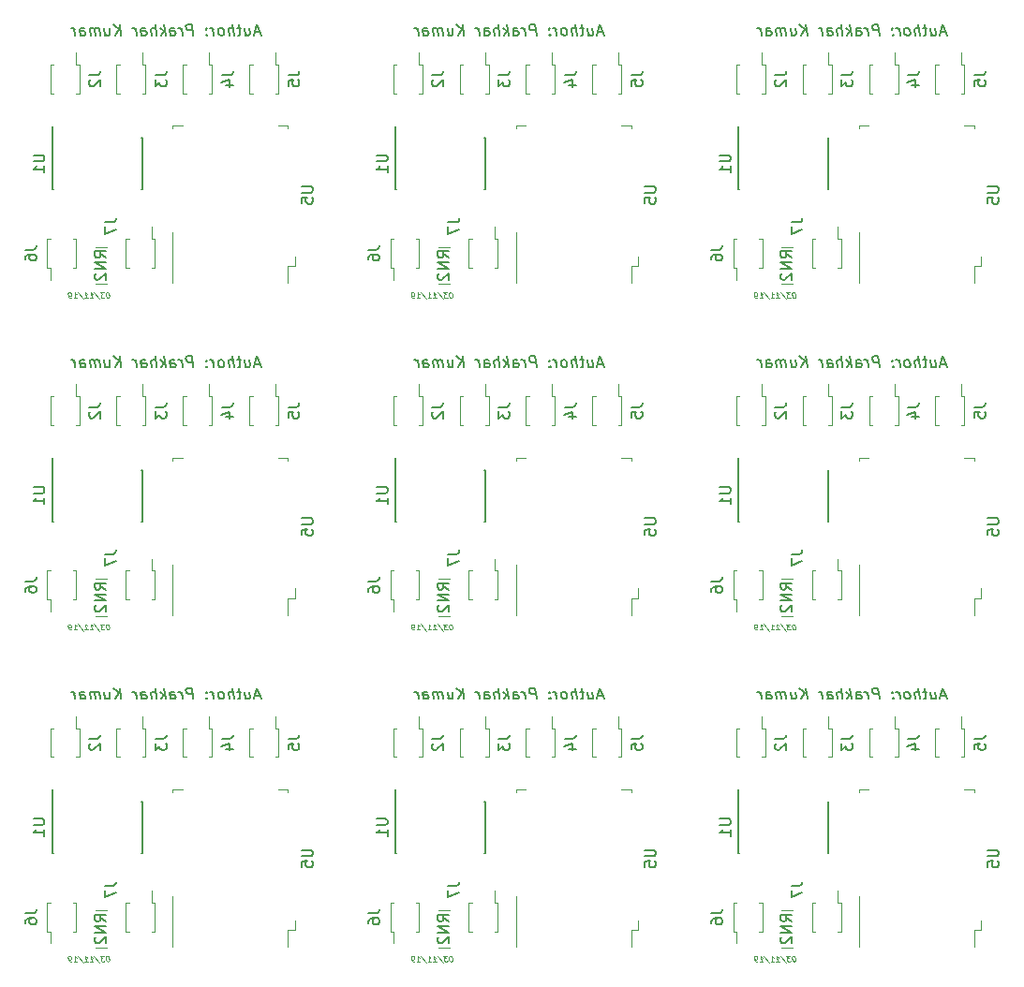
<source format=gbo>
%MOIN*%
%OFA0B0*%
%FSLAX46Y46*%
%IPPOS*%
%LPD*%
%ADD10C,0.004921259842519685*%
%ADD11C,0.005905511811023622*%
%ADD12C,0.0047244094488188976*%
%ADD23C,0.004921259842519685*%
%ADD24C,0.005905511811023622*%
%ADD25C,0.0047244094488188976*%
%ADD26C,0.004921259842519685*%
%ADD27C,0.005905511811023622*%
%ADD28C,0.0047244094488188976*%
%ADD29C,0.004921259842519685*%
%ADD30C,0.005905511811023622*%
%ADD31C,0.0047244094488188976*%
%ADD32C,0.004921259842519685*%
%ADD33C,0.005905511811023622*%
%ADD34C,0.0047244094488188976*%
%ADD35C,0.004921259842519685*%
%ADD36C,0.005905511811023622*%
%ADD37C,0.0047244094488188976*%
%ADD38C,0.004921259842519685*%
%ADD39C,0.005905511811023622*%
%ADD40C,0.0047244094488188976*%
%ADD41C,0.004921259842519685*%
%ADD42C,0.005905511811023622*%
%ADD43C,0.0047244094488188976*%
%ADD44C,0.004921259842519685*%
%ADD45C,0.005905511811023622*%
%ADD46C,0.0047244094488188976*%
D10*
X0000555222Y0002735346D02*
X0000553347Y0002735346D01*
X0000551590Y0002734409D01*
X0000550769Y0002733472D01*
X0000550066Y0002731597D01*
X0000549598Y0002727847D01*
X0000550183Y0002723160D01*
X0000551590Y0002719411D01*
X0000552761Y0002717536D01*
X0000553816Y0002716599D01*
X0000555808Y0002715661D01*
X0000557683Y0002715661D01*
X0000559440Y0002716599D01*
X0000560260Y0002717536D01*
X0000560963Y0002719411D01*
X0000561432Y0002723160D01*
X0000560846Y0002727847D01*
X0000559440Y0002731597D01*
X0000558268Y0002733472D01*
X0000557214Y0002734409D01*
X0000555222Y0002735346D01*
X0000542099Y0002735346D02*
X0000529913Y0002735346D01*
X0000537412Y0002727847D01*
X0000534600Y0002727847D01*
X0000532842Y0002726910D01*
X0000532022Y0002725973D01*
X0000531319Y0002724098D01*
X0000531905Y0002719411D01*
X0000533076Y0002717536D01*
X0000534131Y0002716599D01*
X0000536123Y0002715661D01*
X0000541747Y0002715661D01*
X0000543505Y0002716599D01*
X0000544325Y0002717536D01*
X0000507298Y0002736284D02*
X0000527335Y0002710974D01*
X0000493003Y0002715661D02*
X0000504252Y0002715661D01*
X0000498627Y0002715661D02*
X0000496167Y0002735346D01*
X0000498393Y0002732534D01*
X0000500502Y0002730659D01*
X0000502494Y0002729722D01*
X0000474255Y0002715661D02*
X0000485504Y0002715661D01*
X0000479880Y0002715661D02*
X0000477419Y0002735346D01*
X0000479645Y0002732534D01*
X0000481755Y0002730659D01*
X0000483746Y0002729722D01*
X0000449180Y0002736284D02*
X0000469217Y0002710974D01*
X0000434885Y0002715661D02*
X0000446134Y0002715661D01*
X0000440510Y0002715661D02*
X0000438049Y0002735346D01*
X0000440275Y0002732534D01*
X0000442384Y0002730659D01*
X0000444376Y0002729722D01*
X0000425512Y0002715661D02*
X0000421762Y0002715661D01*
X0000419770Y0002716599D01*
X0000418716Y0002717536D01*
X0000416489Y0002720348D01*
X0000415083Y0002724098D01*
X0000414146Y0002731597D01*
X0000414849Y0002733472D01*
X0000415669Y0002734409D01*
X0000417427Y0002735346D01*
X0000421176Y0002735346D01*
X0000423168Y0002734409D01*
X0000424223Y0002733472D01*
X0000425394Y0002731597D01*
X0000425980Y0002726910D01*
X0000425277Y0002725035D01*
X0000424457Y0002724098D01*
X0000422699Y0002723160D01*
X0000418950Y0002723160D01*
X0000416958Y0002724098D01*
X0000415903Y0002725035D01*
X0000414732Y0002726910D01*
D11*
X0001097269Y0003661233D02*
X0001078522Y0003661233D01*
X0001102425Y0003649985D02*
X0001084380Y0003689355D01*
X0001076178Y0003649985D01*
X0001042901Y0003676231D02*
X0001046182Y0003649985D01*
X0001059774Y0003676231D02*
X0001062352Y0003655609D01*
X0001060946Y0003651859D01*
X0001057430Y0003649985D01*
X0001051806Y0003649985D01*
X0001047822Y0003651859D01*
X0001045713Y0003653734D01*
X0001029778Y0003676231D02*
X0001014780Y0003676231D01*
X0001022513Y0003689355D02*
X0001026731Y0003655609D01*
X0001025325Y0003651859D01*
X0001021810Y0003649985D01*
X0001018060Y0003649985D01*
X0001004937Y0003649985D02*
X0001000016Y0003689355D01*
X0000988064Y0003649985D02*
X0000985486Y0003670607D01*
X0000986892Y0003674356D01*
X0000990408Y0003676231D01*
X0000996032Y0003676231D01*
X0001000016Y0003674356D01*
X0001002125Y0003672482D01*
X0000963692Y0003649985D02*
X0000967207Y0003651859D01*
X0000968848Y0003653734D01*
X0000970254Y0003657484D01*
X0000968848Y0003668732D01*
X0000966504Y0003672482D01*
X0000964395Y0003674356D01*
X0000960411Y0003676231D01*
X0000954787Y0003676231D01*
X0000951272Y0003674356D01*
X0000949631Y0003672482D01*
X0000948225Y0003668732D01*
X0000949631Y0003657484D01*
X0000951975Y0003653734D01*
X0000954084Y0003651859D01*
X0000958068Y0003649985D01*
X0000963692Y0003649985D01*
X0000933696Y0003649985D02*
X0000930415Y0003676231D01*
X0000931352Y0003668732D02*
X0000929009Y0003672482D01*
X0000926900Y0003674356D01*
X0000922916Y0003676231D01*
X0000919167Y0003676231D01*
X0000908855Y0003653734D02*
X0000907215Y0003651859D01*
X0000909324Y0003649985D01*
X0000910964Y0003651859D01*
X0000908855Y0003653734D01*
X0000909324Y0003649985D01*
X0000906277Y0003674356D02*
X0000904637Y0003672482D01*
X0000906746Y0003670607D01*
X0000908387Y0003672482D01*
X0000906277Y0003674356D01*
X0000906746Y0003670607D01*
X0000860580Y0003649985D02*
X0000855659Y0003689355D01*
X0000840661Y0003689355D01*
X0000837145Y0003687480D01*
X0000835505Y0003685605D01*
X0000834099Y0003681856D01*
X0000834802Y0003676231D01*
X0000837145Y0003672482D01*
X0000839255Y0003670607D01*
X0000843238Y0003668732D01*
X0000858237Y0003668732D01*
X0000821210Y0003649985D02*
X0000817929Y0003676231D01*
X0000818867Y0003668732D02*
X0000816523Y0003672482D01*
X0000814414Y0003674356D01*
X0000810430Y0003676231D01*
X0000806681Y0003676231D01*
X0000779965Y0003649985D02*
X0000777387Y0003670607D01*
X0000778793Y0003674356D01*
X0000782309Y0003676231D01*
X0000789808Y0003676231D01*
X0000793792Y0003674356D01*
X0000779731Y0003651859D02*
X0000783715Y0003649985D01*
X0000793089Y0003649985D01*
X0000796604Y0003651859D01*
X0000798010Y0003655609D01*
X0000797541Y0003659358D01*
X0000795198Y0003663108D01*
X0000791214Y0003664983D01*
X0000781840Y0003664983D01*
X0000777856Y0003666857D01*
X0000761217Y0003649985D02*
X0000756296Y0003689355D01*
X0000755593Y0003664983D02*
X0000746219Y0003649985D01*
X0000742939Y0003676231D02*
X0000759811Y0003661233D01*
X0000729346Y0003649985D02*
X0000724425Y0003689355D01*
X0000712474Y0003649985D02*
X0000709896Y0003670607D01*
X0000711302Y0003674356D01*
X0000714817Y0003676231D01*
X0000720441Y0003676231D01*
X0000724425Y0003674356D01*
X0000726534Y0003672482D01*
X0000676853Y0003649985D02*
X0000674275Y0003670607D01*
X0000675681Y0003674356D01*
X0000679196Y0003676231D01*
X0000686696Y0003676231D01*
X0000690679Y0003674356D01*
X0000676619Y0003651859D02*
X0000680603Y0003649985D01*
X0000689976Y0003649985D01*
X0000693492Y0003651859D01*
X0000694898Y0003655609D01*
X0000694429Y0003659358D01*
X0000692085Y0003663108D01*
X0000688102Y0003664983D01*
X0000678728Y0003664983D01*
X0000674744Y0003666857D01*
X0000658105Y0003649985D02*
X0000654825Y0003676231D01*
X0000655762Y0003668732D02*
X0000653418Y0003672482D01*
X0000651309Y0003674356D01*
X0000647325Y0003676231D01*
X0000643576Y0003676231D01*
X0000603737Y0003649985D02*
X0000598816Y0003689355D01*
X0000581240Y0003649985D02*
X0000595301Y0003672482D01*
X0000576319Y0003689355D02*
X0000601628Y0003666857D01*
X0000544213Y0003676231D02*
X0000547494Y0003649985D01*
X0000561086Y0003676231D02*
X0000563664Y0003655609D01*
X0000562258Y0003651859D01*
X0000558743Y0003649985D01*
X0000553119Y0003649985D01*
X0000549135Y0003651859D01*
X0000547026Y0003653734D01*
X0000528747Y0003649985D02*
X0000525466Y0003676231D01*
X0000525934Y0003672482D02*
X0000523825Y0003674356D01*
X0000519841Y0003676231D01*
X0000514217Y0003676231D01*
X0000510702Y0003674356D01*
X0000509296Y0003670607D01*
X0000511874Y0003649985D01*
X0000509296Y0003670607D02*
X0000506952Y0003674356D01*
X0000502968Y0003676231D01*
X0000497344Y0003676231D01*
X0000493829Y0003674356D01*
X0000492423Y0003670607D01*
X0000495001Y0003649985D01*
X0000459380Y0003649985D02*
X0000456802Y0003670607D01*
X0000458208Y0003674356D01*
X0000461724Y0003676231D01*
X0000469223Y0003676231D01*
X0000473207Y0003674356D01*
X0000459146Y0003651859D02*
X0000463130Y0003649985D01*
X0000472504Y0003649985D01*
X0000476019Y0003651859D01*
X0000477425Y0003655609D01*
X0000476956Y0003659358D01*
X0000474613Y0003663108D01*
X0000470629Y0003664983D01*
X0000461255Y0003664983D01*
X0000457271Y0003666857D01*
X0000440633Y0003649985D02*
X0000437352Y0003676231D01*
X0000438289Y0003668732D02*
X0000435946Y0003672482D01*
X0000433837Y0003674356D01*
X0000429853Y0003676231D01*
X0000426103Y0003676231D01*
D12*
X0000787480Y0003327755D02*
X0000822480Y0003327755D01*
X0001197480Y0003317755D02*
X0001197480Y0003327755D01*
X0001197480Y0003327755D02*
X0001162480Y0003327755D01*
X0000787480Y0003327755D02*
X0000787480Y0003317755D01*
X0001197480Y0002767755D02*
X0001197480Y0002827755D01*
X0001197480Y0002827755D02*
X0001222480Y0002827755D01*
X0001222480Y0002827755D02*
X0001222480Y0002862755D01*
X0000787480Y0002947755D02*
X0000787480Y0002767755D01*
D11*
X0000678031Y0003284842D02*
X0000678031Y0003101771D01*
X0000359133Y0003327165D02*
X0000359133Y0003101771D01*
X0000678031Y0003284842D02*
X0000677047Y0003284842D01*
X0000678031Y0003101771D02*
X0000677047Y0003101771D01*
X0000361102Y0003101771D02*
X0000362086Y0003101771D01*
D12*
X0000512480Y0002764645D02*
X0000551850Y0002764645D01*
X0000512480Y0002896929D02*
X0000551850Y0002896929D01*
X0000711850Y0002925669D02*
X0000711850Y0002968188D01*
X0000632322Y0002822519D02*
X0000620511Y0002822519D01*
X0000723661Y0002822519D02*
X0000711850Y0002822519D01*
X0000620511Y0002822519D02*
X0000620511Y0002925669D01*
X0000632322Y0002925669D02*
X0000620511Y0002925669D01*
X0000723661Y0002925669D02*
X0000711850Y0002925669D01*
X0000723661Y0002822519D02*
X0000723661Y0002925669D01*
X0000352480Y0002822519D02*
X0000352480Y0002780000D01*
X0000432007Y0002925669D02*
X0000443818Y0002925669D01*
X0000340669Y0002925669D02*
X0000352480Y0002925669D01*
X0000443818Y0002925669D02*
X0000443818Y0002822519D01*
X0000432007Y0002822519D02*
X0000443818Y0002822519D01*
X0000340669Y0002822519D02*
X0000352480Y0002822519D01*
X0000340669Y0002925669D02*
X0000340669Y0002822519D01*
X0001162913Y0003443267D02*
X0001162913Y0003546417D01*
X0001162913Y0003546417D02*
X0001151102Y0003546417D01*
X0001071574Y0003546417D02*
X0001059763Y0003546417D01*
X0001059763Y0003443267D02*
X0001059763Y0003546417D01*
X0001162913Y0003443267D02*
X0001151102Y0003443267D01*
X0001071574Y0003443267D02*
X0001059763Y0003443267D01*
X0001151102Y0003546417D02*
X0001151102Y0003588937D01*
X0000926784Y0003443267D02*
X0000926784Y0003546417D01*
X0000926784Y0003546417D02*
X0000914973Y0003546417D01*
X0000835446Y0003546417D02*
X0000823635Y0003546417D01*
X0000823635Y0003443267D02*
X0000823635Y0003546417D01*
X0000926784Y0003443267D02*
X0000914973Y0003443267D01*
X0000835446Y0003443267D02*
X0000823635Y0003443267D01*
X0000914973Y0003546417D02*
X0000914973Y0003588937D01*
X0000678845Y0003546417D02*
X0000678845Y0003588937D01*
X0000599317Y0003443267D02*
X0000587506Y0003443267D01*
X0000690656Y0003443267D02*
X0000678845Y0003443267D01*
X0000587506Y0003443267D02*
X0000587506Y0003546417D01*
X0000599317Y0003546417D02*
X0000587506Y0003546417D01*
X0000690656Y0003546417D02*
X0000678845Y0003546417D01*
X0000690656Y0003443267D02*
X0000690656Y0003546417D01*
X0000454527Y0003443267D02*
X0000454527Y0003546417D01*
X0000454527Y0003546417D02*
X0000442716Y0003546417D01*
X0000363188Y0003546417D02*
X0000351377Y0003546417D01*
X0000351377Y0003443267D02*
X0000351377Y0003546417D01*
X0000454527Y0003443267D02*
X0000442716Y0003443267D01*
X0000363188Y0003443267D02*
X0000351377Y0003443267D01*
X0000442716Y0003546417D02*
X0000442716Y0003588937D01*
D11*
X0001245920Y0003112752D02*
X0001277791Y0003112752D01*
X0001281541Y0003110877D01*
X0001283415Y0003109002D01*
X0001285290Y0003105253D01*
X0001285290Y0003097754D01*
X0001283415Y0003094004D01*
X0001281541Y0003092129D01*
X0001277791Y0003090255D01*
X0001245920Y0003090255D01*
X0001245920Y0003052759D02*
X0001245920Y0003071507D01*
X0001264668Y0003073382D01*
X0001262793Y0003071507D01*
X0001260918Y0003067757D01*
X0001260918Y0003058383D01*
X0001262793Y0003054634D01*
X0001264668Y0003052759D01*
X0001268417Y0003050884D01*
X0001277791Y0003050884D01*
X0001281541Y0003052759D01*
X0001283415Y0003054634D01*
X0001285290Y0003058383D01*
X0001285290Y0003067757D01*
X0001283415Y0003071507D01*
X0001281541Y0003073382D01*
X0000291589Y0003223972D02*
X0000323460Y0003223972D01*
X0000327210Y0003222097D01*
X0000329085Y0003220223D01*
X0000330959Y0003216473D01*
X0000330959Y0003208974D01*
X0000329085Y0003205225D01*
X0000327210Y0003203350D01*
X0000323460Y0003201475D01*
X0000291589Y0003201475D01*
X0000330959Y0003162105D02*
X0000330959Y0003184602D01*
X0000330959Y0003173353D02*
X0000291589Y0003173353D01*
X0000297214Y0003177103D01*
X0000300963Y0003180853D01*
X0000302838Y0003184602D01*
X0000548755Y0002858601D02*
X0000530007Y0002871724D01*
X0000548755Y0002881098D02*
X0000509385Y0002881098D01*
X0000509385Y0002866100D01*
X0000511259Y0002862350D01*
X0000513134Y0002860476D01*
X0000516884Y0002858601D01*
X0000522508Y0002858601D01*
X0000526257Y0002860476D01*
X0000528132Y0002862350D01*
X0000530007Y0002866100D01*
X0000530007Y0002881098D01*
X0000548755Y0002841728D02*
X0000509385Y0002841728D01*
X0000548755Y0002819231D01*
X0000509385Y0002819231D01*
X0000513134Y0002802358D02*
X0000511259Y0002800483D01*
X0000509385Y0002796734D01*
X0000509385Y0002787360D01*
X0000511259Y0002783610D01*
X0000513134Y0002781736D01*
X0000516884Y0002779861D01*
X0000520633Y0002779861D01*
X0000526257Y0002781736D01*
X0000548755Y0002804233D01*
X0000548755Y0002779861D01*
X0000546865Y0002984658D02*
X0000574986Y0002984658D01*
X0000580611Y0002986533D01*
X0000584360Y0002990283D01*
X0000586235Y0002995907D01*
X0000586235Y0002999656D01*
X0000546865Y0002969660D02*
X0000546865Y0002943413D01*
X0000586235Y0002960286D01*
X0000262416Y0002887217D02*
X0000290537Y0002887217D01*
X0000296162Y0002889092D01*
X0000299911Y0002892842D01*
X0000301786Y0002898466D01*
X0000301786Y0002902215D01*
X0000262416Y0002851597D02*
X0000262416Y0002859096D01*
X0000264291Y0002862845D01*
X0000266166Y0002864720D01*
X0000271790Y0002868470D01*
X0000279289Y0002870344D01*
X0000294287Y0002870344D01*
X0000298037Y0002868470D01*
X0000299911Y0002866595D01*
X0000301786Y0002862845D01*
X0000301786Y0002855346D01*
X0000299911Y0002851597D01*
X0000298037Y0002849722D01*
X0000294287Y0002847847D01*
X0000284913Y0002847847D01*
X0000281164Y0002849722D01*
X0000279289Y0002851597D01*
X0000277414Y0002855346D01*
X0000277414Y0002862845D01*
X0000279289Y0002866595D01*
X0000281164Y0002868470D01*
X0000284913Y0002870344D01*
X0001198046Y0003507965D02*
X0001226167Y0003507965D01*
X0001231792Y0003509840D01*
X0001235541Y0003513590D01*
X0001237416Y0003519214D01*
X0001237416Y0003522964D01*
X0001198046Y0003470470D02*
X0001198046Y0003489218D01*
X0001216794Y0003491092D01*
X0001214919Y0003489218D01*
X0001213044Y0003485468D01*
X0001213044Y0003476094D01*
X0001214919Y0003472345D01*
X0001216794Y0003470470D01*
X0001220543Y0003468595D01*
X0001229917Y0003468595D01*
X0001233666Y0003470470D01*
X0001235541Y0003472345D01*
X0001237416Y0003476094D01*
X0001237416Y0003485468D01*
X0001235541Y0003489218D01*
X0001233666Y0003491092D01*
X0000961917Y0003507965D02*
X0000990039Y0003507965D01*
X0000995663Y0003509840D01*
X0000999413Y0003513590D01*
X0001001287Y0003519214D01*
X0001001287Y0003522964D01*
X0000975041Y0003472345D02*
X0001001287Y0003472345D01*
X0000960043Y0003481719D02*
X0000988164Y0003491092D01*
X0000988164Y0003466721D01*
X0000725789Y0003507965D02*
X0000753910Y0003507965D01*
X0000759535Y0003509840D01*
X0000763284Y0003513590D01*
X0000765159Y0003519214D01*
X0000765159Y0003522964D01*
X0000725789Y0003492967D02*
X0000725789Y0003468595D01*
X0000740787Y0003481719D01*
X0000740787Y0003476094D01*
X0000742662Y0003472345D01*
X0000744536Y0003470470D01*
X0000748286Y0003468595D01*
X0000757660Y0003468595D01*
X0000761409Y0003470470D01*
X0000763284Y0003472345D01*
X0000765159Y0003476094D01*
X0000765159Y0003487343D01*
X0000763284Y0003491092D01*
X0000761409Y0003492967D01*
X0000489660Y0003507965D02*
X0000517782Y0003507965D01*
X0000523406Y0003509840D01*
X0000527155Y0003513590D01*
X0000529030Y0003519214D01*
X0000529030Y0003522964D01*
X0000493410Y0003491092D02*
X0000491535Y0003489218D01*
X0000489660Y0003485468D01*
X0000489660Y0003476094D01*
X0000491535Y0003472345D01*
X0000493410Y0003470470D01*
X0000497159Y0003468595D01*
X0000500909Y0003468595D01*
X0000506533Y0003470470D01*
X0000529030Y0003492967D01*
X0000529030Y0003468595D01*
G04 next file*
G04 #@! TF.GenerationSoftware,KiCad,Pcbnew,(5.1.2)-1*
G04 #@! TF.CreationDate,2019-11-08T13:50:46+05:30*
G04 #@! TF.ProjectId,TALK,54414c4b-2e6b-4696-9361-645f70636258,rev?*
G04 #@! TF.SameCoordinates,Original*
G04 #@! TF.FileFunction,Legend,Bot*
G04 #@! TF.FilePolarity,Positive*
G04 Gerber Fmt 4.6, Leading zero omitted, Abs format (unit mm)*
G04 Created by KiCad (PCBNEW (5.1.2)-1) date 2019-11-08 13:50:46*
G04 APERTURE LIST*
G04 APERTURE END LIST*
D23*
X0001775694Y0002735346D02*
X0001773820Y0002735346D01*
X0001772062Y0002734409D01*
X0001771242Y0002733472D01*
X0001770539Y0002731597D01*
X0001770070Y0002727847D01*
X0001770656Y0002723160D01*
X0001772062Y0002719411D01*
X0001773234Y0002717536D01*
X0001774288Y0002716599D01*
X0001776280Y0002715661D01*
X0001778155Y0002715661D01*
X0001779913Y0002716599D01*
X0001780733Y0002717536D01*
X0001781436Y0002719411D01*
X0001781905Y0002723160D01*
X0001781319Y0002727847D01*
X0001779913Y0002731597D01*
X0001778741Y0002733472D01*
X0001777686Y0002734409D01*
X0001775694Y0002735346D01*
X0001762571Y0002735346D02*
X0001750385Y0002735346D01*
X0001757884Y0002727847D01*
X0001755072Y0002727847D01*
X0001753314Y0002726910D01*
X0001752494Y0002725973D01*
X0001751791Y0002724098D01*
X0001752377Y0002719411D01*
X0001753549Y0002717536D01*
X0001754603Y0002716599D01*
X0001756595Y0002715661D01*
X0001762220Y0002715661D01*
X0001763977Y0002716599D01*
X0001764797Y0002717536D01*
X0001727771Y0002736284D02*
X0001747807Y0002710974D01*
X0001713476Y0002715661D02*
X0001724724Y0002715661D01*
X0001719100Y0002715661D02*
X0001716639Y0002735346D01*
X0001718866Y0002732534D01*
X0001720975Y0002730659D01*
X0001722967Y0002729722D01*
X0001694728Y0002715661D02*
X0001705977Y0002715661D01*
X0001700352Y0002715661D02*
X0001697892Y0002735346D01*
X0001700118Y0002732534D01*
X0001702227Y0002730659D01*
X0001704219Y0002729722D01*
X0001669653Y0002736284D02*
X0001689690Y0002710974D01*
X0001655358Y0002715661D02*
X0001666606Y0002715661D01*
X0001660982Y0002715661D02*
X0001658522Y0002735346D01*
X0001660748Y0002732534D01*
X0001662857Y0002730659D01*
X0001664849Y0002729722D01*
X0001645984Y0002715661D02*
X0001642235Y0002715661D01*
X0001640243Y0002716599D01*
X0001639188Y0002717536D01*
X0001636962Y0002720348D01*
X0001635556Y0002724098D01*
X0001634618Y0002731597D01*
X0001635321Y0002733472D01*
X0001636142Y0002734409D01*
X0001637899Y0002735346D01*
X0001641649Y0002735346D01*
X0001643641Y0002734409D01*
X0001644695Y0002733472D01*
X0001645867Y0002731597D01*
X0001646453Y0002726910D01*
X0001645750Y0002725035D01*
X0001644929Y0002724098D01*
X0001643172Y0002723160D01*
X0001639422Y0002723160D01*
X0001637430Y0002724098D01*
X0001636376Y0002725035D01*
X0001635204Y0002726910D01*
D24*
X0002317742Y0003661233D02*
X0002298994Y0003661233D01*
X0002322897Y0003649985D02*
X0002304853Y0003689355D01*
X0002296651Y0003649985D01*
X0002263373Y0003676231D02*
X0002266654Y0003649985D01*
X0002280246Y0003676231D02*
X0002282824Y0003655609D01*
X0002281418Y0003651859D01*
X0002277903Y0003649985D01*
X0002272279Y0003649985D01*
X0002268295Y0003651859D01*
X0002266186Y0003653734D01*
X0002250250Y0003676231D02*
X0002235252Y0003676231D01*
X0002242985Y0003689355D02*
X0002247204Y0003655609D01*
X0002245798Y0003651859D01*
X0002242282Y0003649985D01*
X0002238533Y0003649985D01*
X0002225409Y0003649985D02*
X0002220488Y0003689355D01*
X0002208537Y0003649985D02*
X0002205959Y0003670607D01*
X0002207365Y0003674356D01*
X0002210880Y0003676231D01*
X0002216504Y0003676231D01*
X0002220488Y0003674356D01*
X0002222597Y0003672482D01*
X0002184165Y0003649985D02*
X0002187680Y0003651859D01*
X0002189320Y0003653734D01*
X0002190726Y0003657484D01*
X0002189320Y0003668732D01*
X0002186977Y0003672482D01*
X0002184868Y0003674356D01*
X0002180884Y0003676231D01*
X0002175259Y0003676231D01*
X0002171744Y0003674356D01*
X0002170104Y0003672482D01*
X0002168698Y0003668732D01*
X0002170104Y0003657484D01*
X0002172447Y0003653734D01*
X0002174556Y0003651859D01*
X0002178540Y0003649985D01*
X0002184165Y0003649985D01*
X0002154168Y0003649985D02*
X0002150887Y0003676231D01*
X0002151825Y0003668732D02*
X0002149481Y0003672482D01*
X0002147372Y0003674356D01*
X0002143388Y0003676231D01*
X0002139639Y0003676231D01*
X0002129328Y0003653734D02*
X0002127687Y0003651859D01*
X0002129796Y0003649985D01*
X0002131437Y0003651859D01*
X0002129328Y0003653734D01*
X0002129796Y0003649985D01*
X0002126750Y0003674356D02*
X0002125109Y0003672482D01*
X0002127219Y0003670607D01*
X0002128859Y0003672482D01*
X0002126750Y0003674356D01*
X0002127219Y0003670607D01*
X0002081052Y0003649985D02*
X0002076131Y0003689355D01*
X0002061133Y0003689355D01*
X0002057618Y0003687480D01*
X0002055978Y0003685605D01*
X0002054571Y0003681856D01*
X0002055274Y0003676231D01*
X0002057618Y0003672482D01*
X0002059727Y0003670607D01*
X0002063711Y0003668732D01*
X0002078709Y0003668732D01*
X0002041682Y0003649985D02*
X0002038402Y0003676231D01*
X0002039339Y0003668732D02*
X0002036996Y0003672482D01*
X0002034886Y0003674356D01*
X0002030903Y0003676231D01*
X0002027153Y0003676231D01*
X0002000438Y0003649985D02*
X0001997860Y0003670607D01*
X0001999266Y0003674356D01*
X0002002781Y0003676231D01*
X0002010280Y0003676231D01*
X0002014264Y0003674356D01*
X0002000203Y0003651859D02*
X0002004187Y0003649985D01*
X0002013561Y0003649985D01*
X0002017076Y0003651859D01*
X0002018482Y0003655609D01*
X0002018013Y0003659358D01*
X0002015670Y0003663108D01*
X0002011686Y0003664983D01*
X0002002312Y0003664983D01*
X0001998328Y0003666857D01*
X0001981690Y0003649985D02*
X0001976769Y0003689355D01*
X0001976066Y0003664983D02*
X0001966692Y0003649985D01*
X0001963411Y0003676231D02*
X0001980284Y0003661233D01*
X0001949819Y0003649985D02*
X0001944898Y0003689355D01*
X0001932946Y0003649985D02*
X0001930368Y0003670607D01*
X0001931774Y0003674356D01*
X0001935289Y0003676231D01*
X0001940914Y0003676231D01*
X0001944898Y0003674356D01*
X0001947007Y0003672482D01*
X0001897325Y0003649985D02*
X0001894748Y0003670607D01*
X0001896154Y0003674356D01*
X0001899669Y0003676231D01*
X0001907168Y0003676231D01*
X0001911152Y0003674356D01*
X0001897091Y0003651859D02*
X0001901075Y0003649985D01*
X0001910449Y0003649985D01*
X0001913964Y0003651859D01*
X0001915370Y0003655609D01*
X0001914901Y0003659358D01*
X0001912558Y0003663108D01*
X0001908574Y0003664983D01*
X0001899200Y0003664983D01*
X0001895216Y0003666857D01*
X0001878578Y0003649985D02*
X0001875297Y0003676231D01*
X0001876234Y0003668732D02*
X0001873891Y0003672482D01*
X0001871782Y0003674356D01*
X0001867798Y0003676231D01*
X0001864048Y0003676231D01*
X0001824210Y0003649985D02*
X0001819288Y0003689355D01*
X0001801712Y0003649985D02*
X0001815773Y0003672482D01*
X0001796791Y0003689355D02*
X0001822100Y0003666857D01*
X0001764686Y0003676231D02*
X0001767967Y0003649985D01*
X0001781559Y0003676231D02*
X0001784137Y0003655609D01*
X0001782730Y0003651859D01*
X0001779215Y0003649985D01*
X0001773591Y0003649985D01*
X0001769607Y0003651859D01*
X0001767498Y0003653734D01*
X0001749219Y0003649985D02*
X0001745938Y0003676231D01*
X0001746407Y0003672482D02*
X0001744298Y0003674356D01*
X0001740314Y0003676231D01*
X0001734690Y0003676231D01*
X0001731174Y0003674356D01*
X0001729768Y0003670607D01*
X0001732346Y0003649985D01*
X0001729768Y0003670607D02*
X0001727425Y0003674356D01*
X0001723441Y0003676231D01*
X0001717817Y0003676231D01*
X0001714301Y0003674356D01*
X0001712895Y0003670607D01*
X0001715473Y0003649985D01*
X0001679853Y0003649985D02*
X0001677275Y0003670607D01*
X0001678681Y0003674356D01*
X0001682196Y0003676231D01*
X0001689695Y0003676231D01*
X0001693679Y0003674356D01*
X0001679618Y0003651859D02*
X0001683602Y0003649985D01*
X0001692976Y0003649985D01*
X0001696491Y0003651859D01*
X0001697897Y0003655609D01*
X0001697429Y0003659358D01*
X0001695085Y0003663108D01*
X0001691101Y0003664983D01*
X0001681727Y0003664983D01*
X0001677744Y0003666857D01*
X0001661105Y0003649985D02*
X0001657824Y0003676231D01*
X0001658762Y0003668732D02*
X0001656418Y0003672482D01*
X0001654309Y0003674356D01*
X0001650325Y0003676231D01*
X0001646576Y0003676231D01*
D25*
X0002007952Y0003327755D02*
X0002042952Y0003327755D01*
X0002417952Y0003317755D02*
X0002417952Y0003327755D01*
X0002417952Y0003327755D02*
X0002382952Y0003327755D01*
X0002007952Y0003327755D02*
X0002007952Y0003317755D01*
X0002417952Y0002767755D02*
X0002417952Y0002827755D01*
X0002417952Y0002827755D02*
X0002442952Y0002827755D01*
X0002442952Y0002827755D02*
X0002442952Y0002862755D01*
X0002007952Y0002947755D02*
X0002007952Y0002767755D01*
D24*
X0001898503Y0003284842D02*
X0001898503Y0003101771D01*
X0001579606Y0003327165D02*
X0001579606Y0003101771D01*
X0001898503Y0003284842D02*
X0001897519Y0003284842D01*
X0001898503Y0003101771D02*
X0001897519Y0003101771D01*
X0001581574Y0003101771D02*
X0001582559Y0003101771D01*
D25*
X0001732952Y0002764645D02*
X0001772322Y0002764645D01*
X0001732952Y0002896929D02*
X0001772322Y0002896929D01*
X0001932322Y0002925669D02*
X0001932322Y0002968188D01*
X0001852795Y0002822519D02*
X0001840984Y0002822519D01*
X0001944133Y0002822519D02*
X0001932322Y0002822519D01*
X0001840984Y0002822519D02*
X0001840984Y0002925669D01*
X0001852795Y0002925669D02*
X0001840984Y0002925669D01*
X0001944133Y0002925669D02*
X0001932322Y0002925669D01*
X0001944133Y0002822519D02*
X0001944133Y0002925669D01*
X0001572952Y0002822519D02*
X0001572952Y0002780000D01*
X0001652480Y0002925669D02*
X0001664291Y0002925669D01*
X0001561141Y0002925669D02*
X0001572952Y0002925669D01*
X0001664291Y0002925669D02*
X0001664291Y0002822519D01*
X0001652480Y0002822519D02*
X0001664291Y0002822519D01*
X0001561141Y0002822519D02*
X0001572952Y0002822519D01*
X0001561141Y0002925669D02*
X0001561141Y0002822519D01*
X0002383385Y0003443267D02*
X0002383385Y0003546417D01*
X0002383385Y0003546417D02*
X0002371574Y0003546417D01*
X0002292047Y0003546417D02*
X0002280236Y0003546417D01*
X0002280236Y0003443267D02*
X0002280236Y0003546417D01*
X0002383385Y0003443267D02*
X0002371574Y0003443267D01*
X0002292047Y0003443267D02*
X0002280236Y0003443267D01*
X0002371574Y0003546417D02*
X0002371574Y0003588937D01*
X0002147257Y0003443267D02*
X0002147257Y0003546417D01*
X0002147257Y0003546417D02*
X0002135446Y0003546417D01*
X0002055918Y0003546417D02*
X0002044107Y0003546417D01*
X0002044107Y0003443267D02*
X0002044107Y0003546417D01*
X0002147257Y0003443267D02*
X0002135446Y0003443267D01*
X0002055918Y0003443267D02*
X0002044107Y0003443267D01*
X0002135446Y0003546417D02*
X0002135446Y0003588937D01*
X0001899317Y0003546417D02*
X0001899317Y0003588937D01*
X0001819790Y0003443267D02*
X0001807978Y0003443267D01*
X0001911128Y0003443267D02*
X0001899317Y0003443267D01*
X0001807978Y0003443267D02*
X0001807978Y0003546417D01*
X0001819790Y0003546417D02*
X0001807978Y0003546417D01*
X0001911128Y0003546417D02*
X0001899317Y0003546417D01*
X0001911128Y0003443267D02*
X0001911128Y0003546417D01*
X0001674999Y0003443267D02*
X0001674999Y0003546417D01*
X0001674999Y0003546417D02*
X0001663188Y0003546417D01*
X0001583661Y0003546417D02*
X0001571850Y0003546417D01*
X0001571850Y0003443267D02*
X0001571850Y0003546417D01*
X0001674999Y0003443267D02*
X0001663188Y0003443267D01*
X0001583661Y0003443267D02*
X0001571850Y0003443267D01*
X0001663188Y0003546417D02*
X0001663188Y0003588937D01*
D24*
X0002466392Y0003112752D02*
X0002498263Y0003112752D01*
X0002502013Y0003110877D01*
X0002503888Y0003109002D01*
X0002505762Y0003105253D01*
X0002505762Y0003097754D01*
X0002503888Y0003094004D01*
X0002502013Y0003092129D01*
X0002498263Y0003090255D01*
X0002466392Y0003090255D01*
X0002466392Y0003052759D02*
X0002466392Y0003071507D01*
X0002485140Y0003073382D01*
X0002483265Y0003071507D01*
X0002481391Y0003067757D01*
X0002481391Y0003058383D01*
X0002483265Y0003054634D01*
X0002485140Y0003052759D01*
X0002488890Y0003050884D01*
X0002498263Y0003050884D01*
X0002502013Y0003052759D01*
X0002503888Y0003054634D01*
X0002505762Y0003058383D01*
X0002505762Y0003067757D01*
X0002503888Y0003071507D01*
X0002502013Y0003073382D01*
X0001512062Y0003223972D02*
X0001543933Y0003223972D01*
X0001547682Y0003222097D01*
X0001549557Y0003220223D01*
X0001551432Y0003216473D01*
X0001551432Y0003208974D01*
X0001549557Y0003205225D01*
X0001547682Y0003203350D01*
X0001543933Y0003201475D01*
X0001512062Y0003201475D01*
X0001551432Y0003162105D02*
X0001551432Y0003184602D01*
X0001551432Y0003173353D02*
X0001512062Y0003173353D01*
X0001517686Y0003177103D01*
X0001521436Y0003180853D01*
X0001523310Y0003184602D01*
X0001769227Y0002858601D02*
X0001750479Y0002871724D01*
X0001769227Y0002881098D02*
X0001729857Y0002881098D01*
X0001729857Y0002866100D01*
X0001731732Y0002862350D01*
X0001733607Y0002860476D01*
X0001737356Y0002858601D01*
X0001742980Y0002858601D01*
X0001746730Y0002860476D01*
X0001748605Y0002862350D01*
X0001750479Y0002866100D01*
X0001750479Y0002881098D01*
X0001769227Y0002841728D02*
X0001729857Y0002841728D01*
X0001769227Y0002819231D01*
X0001729857Y0002819231D01*
X0001733607Y0002802358D02*
X0001731732Y0002800483D01*
X0001729857Y0002796734D01*
X0001729857Y0002787360D01*
X0001731732Y0002783610D01*
X0001733607Y0002781736D01*
X0001737356Y0002779861D01*
X0001741106Y0002779861D01*
X0001746730Y0002781736D01*
X0001769227Y0002804233D01*
X0001769227Y0002779861D01*
X0001767337Y0002984658D02*
X0001795459Y0002984658D01*
X0001801083Y0002986533D01*
X0001804833Y0002990283D01*
X0001806707Y0002995907D01*
X0001806707Y0002999656D01*
X0001767337Y0002969660D02*
X0001767337Y0002943413D01*
X0001806707Y0002960286D01*
X0001482888Y0002887217D02*
X0001511010Y0002887217D01*
X0001516634Y0002889092D01*
X0001520384Y0002892842D01*
X0001522259Y0002898466D01*
X0001522259Y0002902215D01*
X0001482888Y0002851597D02*
X0001482888Y0002859096D01*
X0001484763Y0002862845D01*
X0001486638Y0002864720D01*
X0001492262Y0002868470D01*
X0001499761Y0002870344D01*
X0001514760Y0002870344D01*
X0001518509Y0002868470D01*
X0001520384Y0002866595D01*
X0001522259Y0002862845D01*
X0001522259Y0002855346D01*
X0001520384Y0002851597D01*
X0001518509Y0002849722D01*
X0001514760Y0002847847D01*
X0001505386Y0002847847D01*
X0001501636Y0002849722D01*
X0001499761Y0002851597D01*
X0001497887Y0002855346D01*
X0001497887Y0002862845D01*
X0001499761Y0002866595D01*
X0001501636Y0002868470D01*
X0001505386Y0002870344D01*
X0002418518Y0003507965D02*
X0002446640Y0003507965D01*
X0002452264Y0003509840D01*
X0002456014Y0003513590D01*
X0002457888Y0003519214D01*
X0002457888Y0003522964D01*
X0002418518Y0003470470D02*
X0002418518Y0003489218D01*
X0002437266Y0003491092D01*
X0002435391Y0003489218D01*
X0002433517Y0003485468D01*
X0002433517Y0003476094D01*
X0002435391Y0003472345D01*
X0002437266Y0003470470D01*
X0002441016Y0003468595D01*
X0002450389Y0003468595D01*
X0002454139Y0003470470D01*
X0002456014Y0003472345D01*
X0002457888Y0003476094D01*
X0002457888Y0003485468D01*
X0002456014Y0003489218D01*
X0002454139Y0003491092D01*
X0002182390Y0003507965D02*
X0002210511Y0003507965D01*
X0002216135Y0003509840D01*
X0002219885Y0003513590D01*
X0002221760Y0003519214D01*
X0002221760Y0003522964D01*
X0002195513Y0003472345D02*
X0002221760Y0003472345D01*
X0002180515Y0003481719D02*
X0002208636Y0003491092D01*
X0002208636Y0003466721D01*
X0001946261Y0003507965D02*
X0001974383Y0003507965D01*
X0001980007Y0003509840D01*
X0001983756Y0003513590D01*
X0001985631Y0003519214D01*
X0001985631Y0003522964D01*
X0001946261Y0003492967D02*
X0001946261Y0003468595D01*
X0001961259Y0003481719D01*
X0001961259Y0003476094D01*
X0001963134Y0003472345D01*
X0001965009Y0003470470D01*
X0001968758Y0003468595D01*
X0001978132Y0003468595D01*
X0001981882Y0003470470D01*
X0001983756Y0003472345D01*
X0001985631Y0003476094D01*
X0001985631Y0003487343D01*
X0001983756Y0003491092D01*
X0001981882Y0003492967D01*
X0001710133Y0003507965D02*
X0001738254Y0003507965D01*
X0001743878Y0003509840D01*
X0001747628Y0003513590D01*
X0001749503Y0003519214D01*
X0001749503Y0003522964D01*
X0001713882Y0003491092D02*
X0001712007Y0003489218D01*
X0001710133Y0003485468D01*
X0001710133Y0003476094D01*
X0001712007Y0003472345D01*
X0001713882Y0003470470D01*
X0001717632Y0003468595D01*
X0001721381Y0003468595D01*
X0001727005Y0003470470D01*
X0001749503Y0003492967D01*
X0001749503Y0003468595D01*
G04 next file*
G04 #@! TF.GenerationSoftware,KiCad,Pcbnew,(5.1.2)-1*
G04 #@! TF.CreationDate,2019-11-08T13:50:46+05:30*
G04 #@! TF.ProjectId,TALK,54414c4b-2e6b-4696-9361-645f70636258,rev?*
G04 #@! TF.SameCoordinates,Original*
G04 #@! TF.FileFunction,Legend,Bot*
G04 #@! TF.FilePolarity,Positive*
G04 Gerber Fmt 4.6, Leading zero omitted, Abs format (unit mm)*
G04 Created by KiCad (PCBNEW (5.1.2)-1) date 2019-11-08 13:50:46*
G04 APERTURE LIST*
G04 APERTURE END LIST*
D26*
X0002996167Y0002735346D02*
X0002994292Y0002735346D01*
X0002992534Y0002734409D01*
X0002991714Y0002733472D01*
X0002991011Y0002731597D01*
X0002990542Y0002727847D01*
X0002991128Y0002723160D01*
X0002992534Y0002719411D01*
X0002993706Y0002717536D01*
X0002994761Y0002716599D01*
X0002996753Y0002715661D01*
X0002998627Y0002715661D01*
X0003000385Y0002716599D01*
X0003001205Y0002717536D01*
X0003001908Y0002719411D01*
X0003002377Y0002723160D01*
X0003001791Y0002727847D01*
X0003000385Y0002731597D01*
X0002999213Y0002733472D01*
X0002998159Y0002734409D01*
X0002996167Y0002735346D01*
X0002983043Y0002735346D02*
X0002970857Y0002735346D01*
X0002978357Y0002727847D01*
X0002975544Y0002727847D01*
X0002973787Y0002726910D01*
X0002972967Y0002725973D01*
X0002972264Y0002724098D01*
X0002972849Y0002719411D01*
X0002974021Y0002717536D01*
X0002975076Y0002716599D01*
X0002977068Y0002715661D01*
X0002982692Y0002715661D01*
X0002984450Y0002716599D01*
X0002985270Y0002717536D01*
X0002948243Y0002736284D02*
X0002968280Y0002710974D01*
X0002933948Y0002715661D02*
X0002945197Y0002715661D01*
X0002939572Y0002715661D02*
X0002937112Y0002735346D01*
X0002939338Y0002732534D01*
X0002941447Y0002730659D01*
X0002943439Y0002729722D01*
X0002915200Y0002715661D02*
X0002926449Y0002715661D01*
X0002920825Y0002715661D02*
X0002918364Y0002735346D01*
X0002920590Y0002732534D01*
X0002922699Y0002730659D01*
X0002924691Y0002729722D01*
X0002890125Y0002736284D02*
X0002910162Y0002710974D01*
X0002875830Y0002715661D02*
X0002887079Y0002715661D01*
X0002881455Y0002715661D02*
X0002878994Y0002735346D01*
X0002881220Y0002732534D01*
X0002883329Y0002730659D01*
X0002885321Y0002729722D01*
X0002866456Y0002715661D02*
X0002862707Y0002715661D01*
X0002860715Y0002716599D01*
X0002859660Y0002717536D01*
X0002857434Y0002720348D01*
X0002856028Y0002724098D01*
X0002855091Y0002731597D01*
X0002855794Y0002733472D01*
X0002856614Y0002734409D01*
X0002858372Y0002735346D01*
X0002862121Y0002735346D01*
X0002864113Y0002734409D01*
X0002865168Y0002733472D01*
X0002866339Y0002731597D01*
X0002866925Y0002726910D01*
X0002866222Y0002725035D01*
X0002865402Y0002724098D01*
X0002863644Y0002723160D01*
X0002859895Y0002723160D01*
X0002857903Y0002724098D01*
X0002856848Y0002725035D01*
X0002855677Y0002726910D01*
D27*
X0003538214Y0003661233D02*
X0003519466Y0003661233D01*
X0003543370Y0003649985D02*
X0003525325Y0003689355D01*
X0003517123Y0003649985D01*
X0003483846Y0003676231D02*
X0003487127Y0003649985D01*
X0003500719Y0003676231D02*
X0003503297Y0003655609D01*
X0003501891Y0003651859D01*
X0003498375Y0003649985D01*
X0003492751Y0003649985D01*
X0003488767Y0003651859D01*
X0003486658Y0003653734D01*
X0003470723Y0003676231D02*
X0003455724Y0003676231D01*
X0003463458Y0003689355D02*
X0003467676Y0003655609D01*
X0003466270Y0003651859D01*
X0003462755Y0003649985D01*
X0003459005Y0003649985D01*
X0003445882Y0003649985D02*
X0003440961Y0003689355D01*
X0003429009Y0003649985D02*
X0003426431Y0003670607D01*
X0003427837Y0003674356D01*
X0003431352Y0003676231D01*
X0003436977Y0003676231D01*
X0003440961Y0003674356D01*
X0003443070Y0003672482D01*
X0003404637Y0003649985D02*
X0003408152Y0003651859D01*
X0003409793Y0003653734D01*
X0003411199Y0003657484D01*
X0003409793Y0003668732D01*
X0003407449Y0003672482D01*
X0003405340Y0003674356D01*
X0003401356Y0003676231D01*
X0003395732Y0003676231D01*
X0003392217Y0003674356D01*
X0003390576Y0003672482D01*
X0003389170Y0003668732D01*
X0003390576Y0003657484D01*
X0003392920Y0003653734D01*
X0003395029Y0003651859D01*
X0003399013Y0003649985D01*
X0003404637Y0003649985D01*
X0003374641Y0003649985D02*
X0003371360Y0003676231D01*
X0003372297Y0003668732D02*
X0003369954Y0003672482D01*
X0003367845Y0003674356D01*
X0003363861Y0003676231D01*
X0003360111Y0003676231D01*
X0003349800Y0003653734D02*
X0003348160Y0003651859D01*
X0003350269Y0003649985D01*
X0003351909Y0003651859D01*
X0003349800Y0003653734D01*
X0003350269Y0003649985D01*
X0003347222Y0003674356D02*
X0003345582Y0003672482D01*
X0003347691Y0003670607D01*
X0003349331Y0003672482D01*
X0003347222Y0003674356D01*
X0003347691Y0003670607D01*
X0003301525Y0003649985D02*
X0003296604Y0003689355D01*
X0003281606Y0003689355D01*
X0003278090Y0003687480D01*
X0003276450Y0003685605D01*
X0003275044Y0003681856D01*
X0003275747Y0003676231D01*
X0003278090Y0003672482D01*
X0003280200Y0003670607D01*
X0003284183Y0003668732D01*
X0003299182Y0003668732D01*
X0003262155Y0003649985D02*
X0003258874Y0003676231D01*
X0003259811Y0003668732D02*
X0003257468Y0003672482D01*
X0003255359Y0003674356D01*
X0003251375Y0003676231D01*
X0003247625Y0003676231D01*
X0003220910Y0003649985D02*
X0003218332Y0003670607D01*
X0003219738Y0003674356D01*
X0003223253Y0003676231D01*
X0003230753Y0003676231D01*
X0003234736Y0003674356D01*
X0003220676Y0003651859D02*
X0003224660Y0003649985D01*
X0003234033Y0003649985D01*
X0003237549Y0003651859D01*
X0003238955Y0003655609D01*
X0003238486Y0003659358D01*
X0003236142Y0003663108D01*
X0003232159Y0003664983D01*
X0003222785Y0003664983D01*
X0003218801Y0003666857D01*
X0003202162Y0003649985D02*
X0003197241Y0003689355D01*
X0003196538Y0003664983D02*
X0003187164Y0003649985D01*
X0003183883Y0003676231D02*
X0003200756Y0003661233D01*
X0003170291Y0003649985D02*
X0003165370Y0003689355D01*
X0003153418Y0003649985D02*
X0003150841Y0003670607D01*
X0003152247Y0003674356D01*
X0003155762Y0003676231D01*
X0003161386Y0003676231D01*
X0003165370Y0003674356D01*
X0003167479Y0003672482D01*
X0003117798Y0003649985D02*
X0003115220Y0003670607D01*
X0003116626Y0003674356D01*
X0003120141Y0003676231D01*
X0003127640Y0003676231D01*
X0003131624Y0003674356D01*
X0003117564Y0003651859D02*
X0003121547Y0003649985D01*
X0003130921Y0003649985D01*
X0003134436Y0003651859D01*
X0003135842Y0003655609D01*
X0003135374Y0003659358D01*
X0003133030Y0003663108D01*
X0003129046Y0003664983D01*
X0003119673Y0003664983D01*
X0003115689Y0003666857D01*
X0003099050Y0003649985D02*
X0003095769Y0003676231D01*
X0003096707Y0003668732D02*
X0003094363Y0003672482D01*
X0003092254Y0003674356D01*
X0003088270Y0003676231D01*
X0003084521Y0003676231D01*
X0003044682Y0003649985D02*
X0003039761Y0003689355D01*
X0003022185Y0003649985D02*
X0003036246Y0003672482D01*
X0003017264Y0003689355D02*
X0003042573Y0003666857D01*
X0002985158Y0003676231D02*
X0002988439Y0003649985D01*
X0003002031Y0003676231D02*
X0003004609Y0003655609D01*
X0003003203Y0003651859D01*
X0002999688Y0003649985D01*
X0002994063Y0003649985D01*
X0002990080Y0003651859D01*
X0002987970Y0003653734D01*
X0002969691Y0003649985D02*
X0002966411Y0003676231D01*
X0002966879Y0003672482D02*
X0002964770Y0003674356D01*
X0002960786Y0003676231D01*
X0002955162Y0003676231D01*
X0002951647Y0003674356D01*
X0002950241Y0003670607D01*
X0002952819Y0003649985D01*
X0002950241Y0003670607D02*
X0002947897Y0003674356D01*
X0002943913Y0003676231D01*
X0002938289Y0003676231D01*
X0002934774Y0003674356D01*
X0002933368Y0003670607D01*
X0002935946Y0003649985D01*
X0002900325Y0003649985D02*
X0002897747Y0003670607D01*
X0002899153Y0003674356D01*
X0002902669Y0003676231D01*
X0002910168Y0003676231D01*
X0002914152Y0003674356D01*
X0002900091Y0003651859D02*
X0002904075Y0003649985D01*
X0002913448Y0003649985D01*
X0002916964Y0003651859D01*
X0002918370Y0003655609D01*
X0002917901Y0003659358D01*
X0002915558Y0003663108D01*
X0002911574Y0003664983D01*
X0002902200Y0003664983D01*
X0002898216Y0003666857D01*
X0002881577Y0003649985D02*
X0002878297Y0003676231D01*
X0002879234Y0003668732D02*
X0002876891Y0003672482D01*
X0002874781Y0003674356D01*
X0002870798Y0003676231D01*
X0002867048Y0003676231D01*
D28*
X0003228425Y0003327755D02*
X0003263425Y0003327755D01*
X0003638425Y0003317755D02*
X0003638425Y0003327755D01*
X0003638425Y0003327755D02*
X0003603425Y0003327755D01*
X0003228425Y0003327755D02*
X0003228425Y0003317755D01*
X0003638425Y0002767755D02*
X0003638425Y0002827755D01*
X0003638425Y0002827755D02*
X0003663425Y0002827755D01*
X0003663425Y0002827755D02*
X0003663425Y0002862755D01*
X0003228425Y0002947755D02*
X0003228425Y0002767755D01*
D27*
X0003118976Y0003284842D02*
X0003118976Y0003101771D01*
X0002800078Y0003327165D02*
X0002800078Y0003101771D01*
X0003118976Y0003284842D02*
X0003117992Y0003284842D01*
X0003118976Y0003101771D02*
X0003117992Y0003101771D01*
X0002802047Y0003101771D02*
X0002803031Y0003101771D01*
D28*
X0002953425Y0002764645D02*
X0002992795Y0002764645D01*
X0002953425Y0002896929D02*
X0002992795Y0002896929D01*
X0003152795Y0002925669D02*
X0003152795Y0002968188D01*
X0003073267Y0002822519D02*
X0003061456Y0002822519D01*
X0003164606Y0002822519D02*
X0003152795Y0002822519D01*
X0003061456Y0002822519D02*
X0003061456Y0002925669D01*
X0003073267Y0002925669D02*
X0003061456Y0002925669D01*
X0003164606Y0002925669D02*
X0003152795Y0002925669D01*
X0003164606Y0002822519D02*
X0003164606Y0002925669D01*
X0002793425Y0002822519D02*
X0002793425Y0002780000D01*
X0002872952Y0002925669D02*
X0002884763Y0002925669D01*
X0002781614Y0002925669D02*
X0002793425Y0002925669D01*
X0002884763Y0002925669D02*
X0002884763Y0002822519D01*
X0002872952Y0002822519D02*
X0002884763Y0002822519D01*
X0002781614Y0002822519D02*
X0002793425Y0002822519D01*
X0002781614Y0002925669D02*
X0002781614Y0002822519D01*
X0003603858Y0003443267D02*
X0003603858Y0003546417D01*
X0003603858Y0003546417D02*
X0003592047Y0003546417D01*
X0003512519Y0003546417D02*
X0003500708Y0003546417D01*
X0003500708Y0003443267D02*
X0003500708Y0003546417D01*
X0003603858Y0003443267D02*
X0003592047Y0003443267D01*
X0003512519Y0003443267D02*
X0003500708Y0003443267D01*
X0003592047Y0003546417D02*
X0003592047Y0003588937D01*
X0003367729Y0003443267D02*
X0003367729Y0003546417D01*
X0003367729Y0003546417D02*
X0003355918Y0003546417D01*
X0003276391Y0003546417D02*
X0003264580Y0003546417D01*
X0003264580Y0003443267D02*
X0003264580Y0003546417D01*
X0003367729Y0003443267D02*
X0003355918Y0003443267D01*
X0003276391Y0003443267D02*
X0003264580Y0003443267D01*
X0003355918Y0003546417D02*
X0003355918Y0003588937D01*
X0003119790Y0003546417D02*
X0003119790Y0003588937D01*
X0003040262Y0003443267D02*
X0003028451Y0003443267D01*
X0003131601Y0003443267D02*
X0003119790Y0003443267D01*
X0003028451Y0003443267D02*
X0003028451Y0003546417D01*
X0003040262Y0003546417D02*
X0003028451Y0003546417D01*
X0003131601Y0003546417D02*
X0003119790Y0003546417D01*
X0003131601Y0003443267D02*
X0003131601Y0003546417D01*
X0002895472Y0003443267D02*
X0002895472Y0003546417D01*
X0002895472Y0003546417D02*
X0002883661Y0003546417D01*
X0002804133Y0003546417D02*
X0002792322Y0003546417D01*
X0002792322Y0003443267D02*
X0002792322Y0003546417D01*
X0002895472Y0003443267D02*
X0002883661Y0003443267D01*
X0002804133Y0003443267D02*
X0002792322Y0003443267D01*
X0002883661Y0003546417D02*
X0002883661Y0003588937D01*
D27*
X0003686865Y0003112752D02*
X0003718736Y0003112752D01*
X0003722485Y0003110877D01*
X0003724360Y0003109002D01*
X0003726235Y0003105253D01*
X0003726235Y0003097754D01*
X0003724360Y0003094004D01*
X0003722485Y0003092129D01*
X0003718736Y0003090255D01*
X0003686865Y0003090255D01*
X0003686865Y0003052759D02*
X0003686865Y0003071507D01*
X0003705613Y0003073382D01*
X0003703738Y0003071507D01*
X0003701863Y0003067757D01*
X0003701863Y0003058383D01*
X0003703738Y0003054634D01*
X0003705613Y0003052759D01*
X0003709362Y0003050884D01*
X0003718736Y0003050884D01*
X0003722485Y0003052759D01*
X0003724360Y0003054634D01*
X0003726235Y0003058383D01*
X0003726235Y0003067757D01*
X0003724360Y0003071507D01*
X0003722485Y0003073382D01*
X0002732534Y0003223972D02*
X0002764405Y0003223972D01*
X0002768155Y0003222097D01*
X0002770029Y0003220223D01*
X0002771904Y0003216473D01*
X0002771904Y0003208974D01*
X0002770029Y0003205225D01*
X0002768155Y0003203350D01*
X0002764405Y0003201475D01*
X0002732534Y0003201475D01*
X0002771904Y0003162105D02*
X0002771904Y0003184602D01*
X0002771904Y0003173353D02*
X0002732534Y0003173353D01*
X0002738158Y0003177103D01*
X0002741908Y0003180853D01*
X0002743783Y0003184602D01*
X0002989700Y0002858601D02*
X0002970952Y0002871724D01*
X0002989700Y0002881098D02*
X0002950329Y0002881098D01*
X0002950329Y0002866100D01*
X0002952204Y0002862350D01*
X0002954079Y0002860476D01*
X0002957829Y0002858601D01*
X0002963453Y0002858601D01*
X0002967202Y0002860476D01*
X0002969077Y0002862350D01*
X0002970952Y0002866100D01*
X0002970952Y0002881098D01*
X0002989700Y0002841728D02*
X0002950329Y0002841728D01*
X0002989700Y0002819231D01*
X0002950329Y0002819231D01*
X0002954079Y0002802358D02*
X0002952204Y0002800483D01*
X0002950329Y0002796734D01*
X0002950329Y0002787360D01*
X0002952204Y0002783610D01*
X0002954079Y0002781736D01*
X0002957829Y0002779861D01*
X0002961578Y0002779861D01*
X0002967202Y0002781736D01*
X0002989700Y0002804233D01*
X0002989700Y0002779861D01*
X0002987810Y0002984658D02*
X0003015931Y0002984658D01*
X0003021556Y0002986533D01*
X0003025305Y0002990283D01*
X0003027180Y0002995907D01*
X0003027180Y0002999656D01*
X0002987810Y0002969660D02*
X0002987810Y0002943413D01*
X0003027180Y0002960286D01*
X0002703361Y0002887217D02*
X0002731482Y0002887217D01*
X0002737107Y0002889092D01*
X0002740856Y0002892842D01*
X0002742731Y0002898466D01*
X0002742731Y0002902215D01*
X0002703361Y0002851597D02*
X0002703361Y0002859096D01*
X0002705236Y0002862845D01*
X0002707110Y0002864720D01*
X0002712735Y0002868470D01*
X0002720234Y0002870344D01*
X0002735232Y0002870344D01*
X0002738981Y0002868470D01*
X0002740856Y0002866595D01*
X0002742731Y0002862845D01*
X0002742731Y0002855346D01*
X0002740856Y0002851597D01*
X0002738981Y0002849722D01*
X0002735232Y0002847847D01*
X0002725858Y0002847847D01*
X0002722109Y0002849722D01*
X0002720234Y0002851597D01*
X0002718359Y0002855346D01*
X0002718359Y0002862845D01*
X0002720234Y0002866595D01*
X0002722109Y0002868470D01*
X0002725858Y0002870344D01*
X0003638991Y0003507965D02*
X0003667112Y0003507965D01*
X0003672737Y0003509840D01*
X0003676486Y0003513590D01*
X0003678361Y0003519214D01*
X0003678361Y0003522964D01*
X0003638991Y0003470470D02*
X0003638991Y0003489218D01*
X0003657739Y0003491092D01*
X0003655864Y0003489218D01*
X0003653989Y0003485468D01*
X0003653989Y0003476094D01*
X0003655864Y0003472345D01*
X0003657739Y0003470470D01*
X0003661488Y0003468595D01*
X0003670862Y0003468595D01*
X0003674611Y0003470470D01*
X0003676486Y0003472345D01*
X0003678361Y0003476094D01*
X0003678361Y0003485468D01*
X0003676486Y0003489218D01*
X0003674611Y0003491092D01*
X0003402862Y0003507965D02*
X0003430984Y0003507965D01*
X0003436608Y0003509840D01*
X0003440357Y0003513590D01*
X0003442232Y0003519214D01*
X0003442232Y0003522964D01*
X0003415986Y0003472345D02*
X0003442232Y0003472345D01*
X0003400987Y0003481719D02*
X0003429109Y0003491092D01*
X0003429109Y0003466721D01*
X0003166734Y0003507965D02*
X0003194855Y0003507965D01*
X0003200479Y0003509840D01*
X0003204229Y0003513590D01*
X0003206104Y0003519214D01*
X0003206104Y0003522964D01*
X0003166734Y0003492967D02*
X0003166734Y0003468595D01*
X0003181732Y0003481719D01*
X0003181732Y0003476094D01*
X0003183607Y0003472345D01*
X0003185481Y0003470470D01*
X0003189231Y0003468595D01*
X0003198605Y0003468595D01*
X0003202354Y0003470470D01*
X0003204229Y0003472345D01*
X0003206104Y0003476094D01*
X0003206104Y0003487343D01*
X0003204229Y0003491092D01*
X0003202354Y0003492967D01*
X0002930605Y0003507965D02*
X0002958727Y0003507965D01*
X0002964351Y0003509840D01*
X0002968100Y0003513590D01*
X0002969975Y0003519214D01*
X0002969975Y0003522964D01*
X0002934355Y0003491092D02*
X0002932480Y0003489218D01*
X0002930605Y0003485468D01*
X0002930605Y0003476094D01*
X0002932480Y0003472345D01*
X0002934355Y0003470470D01*
X0002938104Y0003468595D01*
X0002941854Y0003468595D01*
X0002947478Y0003470470D01*
X0002969975Y0003492967D01*
X0002969975Y0003468595D01*
G04 next file*
G04 #@! TF.GenerationSoftware,KiCad,Pcbnew,(5.1.2)-1*
G04 #@! TF.CreationDate,2019-11-08T13:50:46+05:30*
G04 #@! TF.ProjectId,TALK,54414c4b-2e6b-4696-9361-645f70636258,rev?*
G04 #@! TF.SameCoordinates,Original*
G04 #@! TF.FileFunction,Legend,Bot*
G04 #@! TF.FilePolarity,Positive*
G04 Gerber Fmt 4.6, Leading zero omitted, Abs format (unit mm)*
G04 Created by KiCad (PCBNEW (5.1.2)-1) date 2019-11-08 13:50:46*
G04 APERTURE LIST*
G04 APERTURE END LIST*
D29*
X0000555222Y0001554244D02*
X0000553347Y0001554244D01*
X0000551590Y0001553307D01*
X0000550769Y0001552369D01*
X0000550066Y0001550494D01*
X0000549598Y0001546745D01*
X0000550183Y0001542058D01*
X0000551590Y0001538308D01*
X0000552761Y0001536434D01*
X0000553816Y0001535496D01*
X0000555808Y0001534559D01*
X0000557683Y0001534559D01*
X0000559440Y0001535496D01*
X0000560260Y0001536434D01*
X0000560963Y0001538308D01*
X0000561432Y0001542058D01*
X0000560846Y0001546745D01*
X0000559440Y0001550494D01*
X0000558268Y0001552369D01*
X0000557214Y0001553307D01*
X0000555222Y0001554244D01*
X0000542099Y0001554244D02*
X0000529913Y0001554244D01*
X0000537412Y0001546745D01*
X0000534600Y0001546745D01*
X0000532842Y0001545808D01*
X0000532022Y0001544870D01*
X0000531319Y0001542995D01*
X0000531905Y0001538308D01*
X0000533076Y0001536434D01*
X0000534131Y0001535496D01*
X0000536123Y0001534559D01*
X0000541747Y0001534559D01*
X0000543505Y0001535496D01*
X0000544325Y0001536434D01*
X0000507298Y0001555181D02*
X0000527335Y0001529872D01*
X0000493003Y0001534559D02*
X0000504252Y0001534559D01*
X0000498627Y0001534559D02*
X0000496167Y0001554244D01*
X0000498393Y0001551432D01*
X0000500502Y0001549557D01*
X0000502494Y0001548620D01*
X0000474255Y0001534559D02*
X0000485504Y0001534559D01*
X0000479880Y0001534559D02*
X0000477419Y0001554244D01*
X0000479645Y0001551432D01*
X0000481755Y0001549557D01*
X0000483746Y0001548620D01*
X0000449180Y0001555181D02*
X0000469217Y0001529872D01*
X0000434885Y0001534559D02*
X0000446134Y0001534559D01*
X0000440510Y0001534559D02*
X0000438049Y0001554244D01*
X0000440275Y0001551432D01*
X0000442384Y0001549557D01*
X0000444376Y0001548620D01*
X0000425512Y0001534559D02*
X0000421762Y0001534559D01*
X0000419770Y0001535496D01*
X0000418716Y0001536434D01*
X0000416489Y0001539246D01*
X0000415083Y0001542995D01*
X0000414146Y0001550494D01*
X0000414849Y0001552369D01*
X0000415669Y0001553307D01*
X0000417427Y0001554244D01*
X0000421176Y0001554244D01*
X0000423168Y0001553307D01*
X0000424223Y0001552369D01*
X0000425394Y0001550494D01*
X0000425980Y0001545808D01*
X0000425277Y0001543933D01*
X0000424457Y0001542995D01*
X0000422699Y0001542058D01*
X0000418950Y0001542058D01*
X0000416958Y0001542995D01*
X0000415903Y0001543933D01*
X0000414732Y0001545808D01*
D30*
X0001097269Y0002480131D02*
X0001078522Y0002480131D01*
X0001102425Y0002468882D02*
X0001084380Y0002508252D01*
X0001076178Y0002468882D01*
X0001042901Y0002495129D02*
X0001046182Y0002468882D01*
X0001059774Y0002495129D02*
X0001062352Y0002474506D01*
X0001060946Y0002470757D01*
X0001057430Y0002468882D01*
X0001051806Y0002468882D01*
X0001047822Y0002470757D01*
X0001045713Y0002472632D01*
X0001029778Y0002495129D02*
X0001014780Y0002495129D01*
X0001022513Y0002508252D02*
X0001026731Y0002474506D01*
X0001025325Y0002470757D01*
X0001021810Y0002468882D01*
X0001018060Y0002468882D01*
X0001004937Y0002468882D02*
X0001000016Y0002508252D01*
X0000988064Y0002468882D02*
X0000985486Y0002489505D01*
X0000986892Y0002493254D01*
X0000990408Y0002495129D01*
X0000996032Y0002495129D01*
X0001000016Y0002493254D01*
X0001002125Y0002491379D01*
X0000963692Y0002468882D02*
X0000967207Y0002470757D01*
X0000968848Y0002472632D01*
X0000970254Y0002476381D01*
X0000968848Y0002487630D01*
X0000966504Y0002491379D01*
X0000964395Y0002493254D01*
X0000960411Y0002495129D01*
X0000954787Y0002495129D01*
X0000951272Y0002493254D01*
X0000949631Y0002491379D01*
X0000948225Y0002487630D01*
X0000949631Y0002476381D01*
X0000951975Y0002472632D01*
X0000954084Y0002470757D01*
X0000958068Y0002468882D01*
X0000963692Y0002468882D01*
X0000933696Y0002468882D02*
X0000930415Y0002495129D01*
X0000931352Y0002487630D02*
X0000929009Y0002491379D01*
X0000926900Y0002493254D01*
X0000922916Y0002495129D01*
X0000919167Y0002495129D01*
X0000908855Y0002472632D02*
X0000907215Y0002470757D01*
X0000909324Y0002468882D01*
X0000910964Y0002470757D01*
X0000908855Y0002472632D01*
X0000909324Y0002468882D01*
X0000906277Y0002493254D02*
X0000904637Y0002491379D01*
X0000906746Y0002489505D01*
X0000908387Y0002491379D01*
X0000906277Y0002493254D01*
X0000906746Y0002489505D01*
X0000860580Y0002468882D02*
X0000855659Y0002508252D01*
X0000840661Y0002508252D01*
X0000837145Y0002506377D01*
X0000835505Y0002504503D01*
X0000834099Y0002500753D01*
X0000834802Y0002495129D01*
X0000837145Y0002491379D01*
X0000839255Y0002489505D01*
X0000843238Y0002487630D01*
X0000858237Y0002487630D01*
X0000821210Y0002468882D02*
X0000817929Y0002495129D01*
X0000818867Y0002487630D02*
X0000816523Y0002491379D01*
X0000814414Y0002493254D01*
X0000810430Y0002495129D01*
X0000806681Y0002495129D01*
X0000779965Y0002468882D02*
X0000777387Y0002489505D01*
X0000778793Y0002493254D01*
X0000782309Y0002495129D01*
X0000789808Y0002495129D01*
X0000793792Y0002493254D01*
X0000779731Y0002470757D02*
X0000783715Y0002468882D01*
X0000793089Y0002468882D01*
X0000796604Y0002470757D01*
X0000798010Y0002474506D01*
X0000797541Y0002478256D01*
X0000795198Y0002482006D01*
X0000791214Y0002483880D01*
X0000781840Y0002483880D01*
X0000777856Y0002485755D01*
X0000761217Y0002468882D02*
X0000756296Y0002508252D01*
X0000755593Y0002483880D02*
X0000746219Y0002468882D01*
X0000742939Y0002495129D02*
X0000759811Y0002480131D01*
X0000729346Y0002468882D02*
X0000724425Y0002508252D01*
X0000712474Y0002468882D02*
X0000709896Y0002489505D01*
X0000711302Y0002493254D01*
X0000714817Y0002495129D01*
X0000720441Y0002495129D01*
X0000724425Y0002493254D01*
X0000726534Y0002491379D01*
X0000676853Y0002468882D02*
X0000674275Y0002489505D01*
X0000675681Y0002493254D01*
X0000679196Y0002495129D01*
X0000686696Y0002495129D01*
X0000690679Y0002493254D01*
X0000676619Y0002470757D02*
X0000680603Y0002468882D01*
X0000689976Y0002468882D01*
X0000693492Y0002470757D01*
X0000694898Y0002474506D01*
X0000694429Y0002478256D01*
X0000692085Y0002482006D01*
X0000688102Y0002483880D01*
X0000678728Y0002483880D01*
X0000674744Y0002485755D01*
X0000658105Y0002468882D02*
X0000654825Y0002495129D01*
X0000655762Y0002487630D02*
X0000653418Y0002491379D01*
X0000651309Y0002493254D01*
X0000647325Y0002495129D01*
X0000643576Y0002495129D01*
X0000603737Y0002468882D02*
X0000598816Y0002508252D01*
X0000581240Y0002468882D02*
X0000595301Y0002491379D01*
X0000576319Y0002508252D02*
X0000601628Y0002485755D01*
X0000544213Y0002495129D02*
X0000547494Y0002468882D01*
X0000561086Y0002495129D02*
X0000563664Y0002474506D01*
X0000562258Y0002470757D01*
X0000558743Y0002468882D01*
X0000553119Y0002468882D01*
X0000549135Y0002470757D01*
X0000547026Y0002472632D01*
X0000528747Y0002468882D02*
X0000525466Y0002495129D01*
X0000525934Y0002491379D02*
X0000523825Y0002493254D01*
X0000519841Y0002495129D01*
X0000514217Y0002495129D01*
X0000510702Y0002493254D01*
X0000509296Y0002489505D01*
X0000511874Y0002468882D01*
X0000509296Y0002489505D02*
X0000506952Y0002493254D01*
X0000502968Y0002495129D01*
X0000497344Y0002495129D01*
X0000493829Y0002493254D01*
X0000492423Y0002489505D01*
X0000495001Y0002468882D01*
X0000459380Y0002468882D02*
X0000456802Y0002489505D01*
X0000458208Y0002493254D01*
X0000461724Y0002495129D01*
X0000469223Y0002495129D01*
X0000473207Y0002493254D01*
X0000459146Y0002470757D02*
X0000463130Y0002468882D01*
X0000472504Y0002468882D01*
X0000476019Y0002470757D01*
X0000477425Y0002474506D01*
X0000476956Y0002478256D01*
X0000474613Y0002482006D01*
X0000470629Y0002483880D01*
X0000461255Y0002483880D01*
X0000457271Y0002485755D01*
X0000440633Y0002468882D02*
X0000437352Y0002495129D01*
X0000438289Y0002487630D02*
X0000435946Y0002491379D01*
X0000433837Y0002493254D01*
X0000429853Y0002495129D01*
X0000426103Y0002495129D01*
D31*
X0000787480Y0002146653D02*
X0000822480Y0002146653D01*
X0001197480Y0002136653D02*
X0001197480Y0002146653D01*
X0001197480Y0002146653D02*
X0001162480Y0002146653D01*
X0000787480Y0002146653D02*
X0000787480Y0002136653D01*
X0001197480Y0001586653D02*
X0001197480Y0001646653D01*
X0001197480Y0001646653D02*
X0001222480Y0001646653D01*
X0001222480Y0001646653D02*
X0001222480Y0001681653D01*
X0000787480Y0001766653D02*
X0000787480Y0001586653D01*
D30*
X0000678031Y0002103740D02*
X0000678031Y0001920669D01*
X0000359133Y0002146062D02*
X0000359133Y0001920669D01*
X0000678031Y0002103740D02*
X0000677047Y0002103740D01*
X0000678031Y0001920669D02*
X0000677047Y0001920669D01*
X0000361102Y0001920669D02*
X0000362086Y0001920669D01*
D31*
X0000512480Y0001583543D02*
X0000551850Y0001583543D01*
X0000512480Y0001715826D02*
X0000551850Y0001715826D01*
X0000711850Y0001744566D02*
X0000711850Y0001787086D01*
X0000632322Y0001641417D02*
X0000620511Y0001641417D01*
X0000723661Y0001641417D02*
X0000711850Y0001641417D01*
X0000620511Y0001641417D02*
X0000620511Y0001744566D01*
X0000632322Y0001744566D02*
X0000620511Y0001744566D01*
X0000723661Y0001744566D02*
X0000711850Y0001744566D01*
X0000723661Y0001641417D02*
X0000723661Y0001744566D01*
X0000352480Y0001641417D02*
X0000352480Y0001598897D01*
X0000432007Y0001744566D02*
X0000443818Y0001744566D01*
X0000340669Y0001744566D02*
X0000352480Y0001744566D01*
X0000443818Y0001744566D02*
X0000443818Y0001641417D01*
X0000432007Y0001641417D02*
X0000443818Y0001641417D01*
X0000340669Y0001641417D02*
X0000352480Y0001641417D01*
X0000340669Y0001744566D02*
X0000340669Y0001641417D01*
X0001162913Y0002262165D02*
X0001162913Y0002365314D01*
X0001162913Y0002365314D02*
X0001151102Y0002365314D01*
X0001071574Y0002365314D02*
X0001059763Y0002365314D01*
X0001059763Y0002262165D02*
X0001059763Y0002365314D01*
X0001162913Y0002262165D02*
X0001151102Y0002262165D01*
X0001071574Y0002262165D02*
X0001059763Y0002262165D01*
X0001151102Y0002365314D02*
X0001151102Y0002407834D01*
X0000926784Y0002262165D02*
X0000926784Y0002365314D01*
X0000926784Y0002365314D02*
X0000914973Y0002365314D01*
X0000835446Y0002365314D02*
X0000823635Y0002365314D01*
X0000823635Y0002262165D02*
X0000823635Y0002365314D01*
X0000926784Y0002262165D02*
X0000914973Y0002262165D01*
X0000835446Y0002262165D02*
X0000823635Y0002262165D01*
X0000914973Y0002365314D02*
X0000914973Y0002407834D01*
X0000678845Y0002365314D02*
X0000678845Y0002407834D01*
X0000599317Y0002262165D02*
X0000587506Y0002262165D01*
X0000690656Y0002262165D02*
X0000678845Y0002262165D01*
X0000587506Y0002262165D02*
X0000587506Y0002365314D01*
X0000599317Y0002365314D02*
X0000587506Y0002365314D01*
X0000690656Y0002365314D02*
X0000678845Y0002365314D01*
X0000690656Y0002262165D02*
X0000690656Y0002365314D01*
X0000454527Y0002262165D02*
X0000454527Y0002365314D01*
X0000454527Y0002365314D02*
X0000442716Y0002365314D01*
X0000363188Y0002365314D02*
X0000351377Y0002365314D01*
X0000351377Y0002262165D02*
X0000351377Y0002365314D01*
X0000454527Y0002262165D02*
X0000442716Y0002262165D01*
X0000363188Y0002262165D02*
X0000351377Y0002262165D01*
X0000442716Y0002365314D02*
X0000442716Y0002407834D01*
D30*
X0001245920Y0001931649D02*
X0001277791Y0001931649D01*
X0001281541Y0001929775D01*
X0001283415Y0001927900D01*
X0001285290Y0001924150D01*
X0001285290Y0001916651D01*
X0001283415Y0001912902D01*
X0001281541Y0001911027D01*
X0001277791Y0001909152D01*
X0001245920Y0001909152D01*
X0001245920Y0001871657D02*
X0001245920Y0001890404D01*
X0001264668Y0001892279D01*
X0001262793Y0001890404D01*
X0001260918Y0001886655D01*
X0001260918Y0001877281D01*
X0001262793Y0001873532D01*
X0001264668Y0001871657D01*
X0001268417Y0001869782D01*
X0001277791Y0001869782D01*
X0001281541Y0001871657D01*
X0001283415Y0001873532D01*
X0001285290Y0001877281D01*
X0001285290Y0001886655D01*
X0001283415Y0001890404D01*
X0001281541Y0001892279D01*
X0000291589Y0002042870D02*
X0000323460Y0002042870D01*
X0000327210Y0002040995D01*
X0000329085Y0002039120D01*
X0000330959Y0002035371D01*
X0000330959Y0002027872D01*
X0000329085Y0002024122D01*
X0000327210Y0002022247D01*
X0000323460Y0002020373D01*
X0000291589Y0002020373D01*
X0000330959Y0001981003D02*
X0000330959Y0002003500D01*
X0000330959Y0001992251D02*
X0000291589Y0001992251D01*
X0000297214Y0001996001D01*
X0000300963Y0001999750D01*
X0000302838Y0002003500D01*
X0000548755Y0001677499D02*
X0000530007Y0001690622D01*
X0000548755Y0001699996D02*
X0000509385Y0001699996D01*
X0000509385Y0001684998D01*
X0000511259Y0001681248D01*
X0000513134Y0001679373D01*
X0000516884Y0001677499D01*
X0000522508Y0001677499D01*
X0000526257Y0001679373D01*
X0000528132Y0001681248D01*
X0000530007Y0001684998D01*
X0000530007Y0001699996D01*
X0000548755Y0001660626D02*
X0000509385Y0001660626D01*
X0000548755Y0001638128D01*
X0000509385Y0001638128D01*
X0000513134Y0001621256D02*
X0000511259Y0001619381D01*
X0000509385Y0001615631D01*
X0000509385Y0001606257D01*
X0000511259Y0001602508D01*
X0000513134Y0001600633D01*
X0000516884Y0001598758D01*
X0000520633Y0001598758D01*
X0000526257Y0001600633D01*
X0000548755Y0001623130D01*
X0000548755Y0001598758D01*
X0000546865Y0001803556D02*
X0000574986Y0001803556D01*
X0000580611Y0001805431D01*
X0000584360Y0001809180D01*
X0000586235Y0001814805D01*
X0000586235Y0001818554D01*
X0000546865Y0001788558D02*
X0000546865Y0001762311D01*
X0000586235Y0001779184D01*
X0000262416Y0001706115D02*
X0000290537Y0001706115D01*
X0000296162Y0001707990D01*
X0000299911Y0001711739D01*
X0000301786Y0001717364D01*
X0000301786Y0001721113D01*
X0000262416Y0001670494D02*
X0000262416Y0001677994D01*
X0000264291Y0001681743D01*
X0000266166Y0001683618D01*
X0000271790Y0001687367D01*
X0000279289Y0001689242D01*
X0000294287Y0001689242D01*
X0000298037Y0001687367D01*
X0000299911Y0001685493D01*
X0000301786Y0001681743D01*
X0000301786Y0001674244D01*
X0000299911Y0001670494D01*
X0000298037Y0001668620D01*
X0000294287Y0001666745D01*
X0000284913Y0001666745D01*
X0000281164Y0001668620D01*
X0000279289Y0001670494D01*
X0000277414Y0001674244D01*
X0000277414Y0001681743D01*
X0000279289Y0001685493D01*
X0000281164Y0001687367D01*
X0000284913Y0001689242D01*
X0001198046Y0002326863D02*
X0001226167Y0002326863D01*
X0001231792Y0002328738D01*
X0001235541Y0002332487D01*
X0001237416Y0002338112D01*
X0001237416Y0002341861D01*
X0001198046Y0002289368D02*
X0001198046Y0002308115D01*
X0001216794Y0002309990D01*
X0001214919Y0002308115D01*
X0001213044Y0002304366D01*
X0001213044Y0002294992D01*
X0001214919Y0002291242D01*
X0001216794Y0002289368D01*
X0001220543Y0002287493D01*
X0001229917Y0002287493D01*
X0001233666Y0002289368D01*
X0001235541Y0002291242D01*
X0001237416Y0002294992D01*
X0001237416Y0002304366D01*
X0001235541Y0002308115D01*
X0001233666Y0002309990D01*
X0000961917Y0002326863D02*
X0000990039Y0002326863D01*
X0000995663Y0002328738D01*
X0000999413Y0002332487D01*
X0001001287Y0002338112D01*
X0001001287Y0002341861D01*
X0000975041Y0002291242D02*
X0001001287Y0002291242D01*
X0000960043Y0002300616D02*
X0000988164Y0002309990D01*
X0000988164Y0002285618D01*
X0000725789Y0002326863D02*
X0000753910Y0002326863D01*
X0000759535Y0002328738D01*
X0000763284Y0002332487D01*
X0000765159Y0002338112D01*
X0000765159Y0002341861D01*
X0000725789Y0002311865D02*
X0000725789Y0002287493D01*
X0000740787Y0002300616D01*
X0000740787Y0002294992D01*
X0000742662Y0002291242D01*
X0000744536Y0002289368D01*
X0000748286Y0002287493D01*
X0000757660Y0002287493D01*
X0000761409Y0002289368D01*
X0000763284Y0002291242D01*
X0000765159Y0002294992D01*
X0000765159Y0002306241D01*
X0000763284Y0002309990D01*
X0000761409Y0002311865D01*
X0000489660Y0002326863D02*
X0000517782Y0002326863D01*
X0000523406Y0002328738D01*
X0000527155Y0002332487D01*
X0000529030Y0002338112D01*
X0000529030Y0002341861D01*
X0000493410Y0002309990D02*
X0000491535Y0002308115D01*
X0000489660Y0002304366D01*
X0000489660Y0002294992D01*
X0000491535Y0002291242D01*
X0000493410Y0002289368D01*
X0000497159Y0002287493D01*
X0000500909Y0002287493D01*
X0000506533Y0002289368D01*
X0000529030Y0002311865D01*
X0000529030Y0002287493D01*
G04 next file*
G04 #@! TF.GenerationSoftware,KiCad,Pcbnew,(5.1.2)-1*
G04 #@! TF.CreationDate,2019-11-08T13:50:46+05:30*
G04 #@! TF.ProjectId,TALK,54414c4b-2e6b-4696-9361-645f70636258,rev?*
G04 #@! TF.SameCoordinates,Original*
G04 #@! TF.FileFunction,Legend,Bot*
G04 #@! TF.FilePolarity,Positive*
G04 Gerber Fmt 4.6, Leading zero omitted, Abs format (unit mm)*
G04 Created by KiCad (PCBNEW (5.1.2)-1) date 2019-11-08 13:50:46*
G04 APERTURE LIST*
G04 APERTURE END LIST*
D32*
X0001775694Y0001554244D02*
X0001773820Y0001554244D01*
X0001772062Y0001553307D01*
X0001771242Y0001552369D01*
X0001770539Y0001550494D01*
X0001770070Y0001546745D01*
X0001770656Y0001542058D01*
X0001772062Y0001538308D01*
X0001773234Y0001536434D01*
X0001774288Y0001535496D01*
X0001776280Y0001534559D01*
X0001778155Y0001534559D01*
X0001779913Y0001535496D01*
X0001780733Y0001536434D01*
X0001781436Y0001538308D01*
X0001781905Y0001542058D01*
X0001781319Y0001546745D01*
X0001779913Y0001550494D01*
X0001778741Y0001552369D01*
X0001777686Y0001553307D01*
X0001775694Y0001554244D01*
X0001762571Y0001554244D02*
X0001750385Y0001554244D01*
X0001757884Y0001546745D01*
X0001755072Y0001546745D01*
X0001753314Y0001545808D01*
X0001752494Y0001544870D01*
X0001751791Y0001542995D01*
X0001752377Y0001538308D01*
X0001753549Y0001536434D01*
X0001754603Y0001535496D01*
X0001756595Y0001534559D01*
X0001762220Y0001534559D01*
X0001763977Y0001535496D01*
X0001764797Y0001536434D01*
X0001727771Y0001555181D02*
X0001747807Y0001529872D01*
X0001713476Y0001534559D02*
X0001724724Y0001534559D01*
X0001719100Y0001534559D02*
X0001716639Y0001554244D01*
X0001718866Y0001551432D01*
X0001720975Y0001549557D01*
X0001722967Y0001548620D01*
X0001694728Y0001534559D02*
X0001705977Y0001534559D01*
X0001700352Y0001534559D02*
X0001697892Y0001554244D01*
X0001700118Y0001551432D01*
X0001702227Y0001549557D01*
X0001704219Y0001548620D01*
X0001669653Y0001555181D02*
X0001689690Y0001529872D01*
X0001655358Y0001534559D02*
X0001666606Y0001534559D01*
X0001660982Y0001534559D02*
X0001658522Y0001554244D01*
X0001660748Y0001551432D01*
X0001662857Y0001549557D01*
X0001664849Y0001548620D01*
X0001645984Y0001534559D02*
X0001642235Y0001534559D01*
X0001640243Y0001535496D01*
X0001639188Y0001536434D01*
X0001636962Y0001539246D01*
X0001635556Y0001542995D01*
X0001634618Y0001550494D01*
X0001635321Y0001552369D01*
X0001636142Y0001553307D01*
X0001637899Y0001554244D01*
X0001641649Y0001554244D01*
X0001643641Y0001553307D01*
X0001644695Y0001552369D01*
X0001645867Y0001550494D01*
X0001646453Y0001545808D01*
X0001645750Y0001543933D01*
X0001644929Y0001542995D01*
X0001643172Y0001542058D01*
X0001639422Y0001542058D01*
X0001637430Y0001542995D01*
X0001636376Y0001543933D01*
X0001635204Y0001545808D01*
D33*
X0002317742Y0002480131D02*
X0002298994Y0002480131D01*
X0002322897Y0002468882D02*
X0002304853Y0002508252D01*
X0002296651Y0002468882D01*
X0002263373Y0002495129D02*
X0002266654Y0002468882D01*
X0002280246Y0002495129D02*
X0002282824Y0002474506D01*
X0002281418Y0002470757D01*
X0002277903Y0002468882D01*
X0002272279Y0002468882D01*
X0002268295Y0002470757D01*
X0002266186Y0002472632D01*
X0002250250Y0002495129D02*
X0002235252Y0002495129D01*
X0002242985Y0002508252D02*
X0002247204Y0002474506D01*
X0002245798Y0002470757D01*
X0002242282Y0002468882D01*
X0002238533Y0002468882D01*
X0002225409Y0002468882D02*
X0002220488Y0002508252D01*
X0002208537Y0002468882D02*
X0002205959Y0002489505D01*
X0002207365Y0002493254D01*
X0002210880Y0002495129D01*
X0002216504Y0002495129D01*
X0002220488Y0002493254D01*
X0002222597Y0002491379D01*
X0002184165Y0002468882D02*
X0002187680Y0002470757D01*
X0002189320Y0002472632D01*
X0002190726Y0002476381D01*
X0002189320Y0002487630D01*
X0002186977Y0002491379D01*
X0002184868Y0002493254D01*
X0002180884Y0002495129D01*
X0002175259Y0002495129D01*
X0002171744Y0002493254D01*
X0002170104Y0002491379D01*
X0002168698Y0002487630D01*
X0002170104Y0002476381D01*
X0002172447Y0002472632D01*
X0002174556Y0002470757D01*
X0002178540Y0002468882D01*
X0002184165Y0002468882D01*
X0002154168Y0002468882D02*
X0002150887Y0002495129D01*
X0002151825Y0002487630D02*
X0002149481Y0002491379D01*
X0002147372Y0002493254D01*
X0002143388Y0002495129D01*
X0002139639Y0002495129D01*
X0002129328Y0002472632D02*
X0002127687Y0002470757D01*
X0002129796Y0002468882D01*
X0002131437Y0002470757D01*
X0002129328Y0002472632D01*
X0002129796Y0002468882D01*
X0002126750Y0002493254D02*
X0002125109Y0002491379D01*
X0002127219Y0002489505D01*
X0002128859Y0002491379D01*
X0002126750Y0002493254D01*
X0002127219Y0002489505D01*
X0002081052Y0002468882D02*
X0002076131Y0002508252D01*
X0002061133Y0002508252D01*
X0002057618Y0002506377D01*
X0002055978Y0002504503D01*
X0002054571Y0002500753D01*
X0002055274Y0002495129D01*
X0002057618Y0002491379D01*
X0002059727Y0002489505D01*
X0002063711Y0002487630D01*
X0002078709Y0002487630D01*
X0002041682Y0002468882D02*
X0002038402Y0002495129D01*
X0002039339Y0002487630D02*
X0002036996Y0002491379D01*
X0002034886Y0002493254D01*
X0002030903Y0002495129D01*
X0002027153Y0002495129D01*
X0002000438Y0002468882D02*
X0001997860Y0002489505D01*
X0001999266Y0002493254D01*
X0002002781Y0002495129D01*
X0002010280Y0002495129D01*
X0002014264Y0002493254D01*
X0002000203Y0002470757D02*
X0002004187Y0002468882D01*
X0002013561Y0002468882D01*
X0002017076Y0002470757D01*
X0002018482Y0002474506D01*
X0002018013Y0002478256D01*
X0002015670Y0002482006D01*
X0002011686Y0002483880D01*
X0002002312Y0002483880D01*
X0001998328Y0002485755D01*
X0001981690Y0002468882D02*
X0001976769Y0002508252D01*
X0001976066Y0002483880D02*
X0001966692Y0002468882D01*
X0001963411Y0002495129D02*
X0001980284Y0002480131D01*
X0001949819Y0002468882D02*
X0001944898Y0002508252D01*
X0001932946Y0002468882D02*
X0001930368Y0002489505D01*
X0001931774Y0002493254D01*
X0001935289Y0002495129D01*
X0001940914Y0002495129D01*
X0001944898Y0002493254D01*
X0001947007Y0002491379D01*
X0001897325Y0002468882D02*
X0001894748Y0002489505D01*
X0001896154Y0002493254D01*
X0001899669Y0002495129D01*
X0001907168Y0002495129D01*
X0001911152Y0002493254D01*
X0001897091Y0002470757D02*
X0001901075Y0002468882D01*
X0001910449Y0002468882D01*
X0001913964Y0002470757D01*
X0001915370Y0002474506D01*
X0001914901Y0002478256D01*
X0001912558Y0002482006D01*
X0001908574Y0002483880D01*
X0001899200Y0002483880D01*
X0001895216Y0002485755D01*
X0001878578Y0002468882D02*
X0001875297Y0002495129D01*
X0001876234Y0002487630D02*
X0001873891Y0002491379D01*
X0001871782Y0002493254D01*
X0001867798Y0002495129D01*
X0001864048Y0002495129D01*
X0001824210Y0002468882D02*
X0001819288Y0002508252D01*
X0001801712Y0002468882D02*
X0001815773Y0002491379D01*
X0001796791Y0002508252D02*
X0001822100Y0002485755D01*
X0001764686Y0002495129D02*
X0001767967Y0002468882D01*
X0001781559Y0002495129D02*
X0001784137Y0002474506D01*
X0001782730Y0002470757D01*
X0001779215Y0002468882D01*
X0001773591Y0002468882D01*
X0001769607Y0002470757D01*
X0001767498Y0002472632D01*
X0001749219Y0002468882D02*
X0001745938Y0002495129D01*
X0001746407Y0002491379D02*
X0001744298Y0002493254D01*
X0001740314Y0002495129D01*
X0001734690Y0002495129D01*
X0001731174Y0002493254D01*
X0001729768Y0002489505D01*
X0001732346Y0002468882D01*
X0001729768Y0002489505D02*
X0001727425Y0002493254D01*
X0001723441Y0002495129D01*
X0001717817Y0002495129D01*
X0001714301Y0002493254D01*
X0001712895Y0002489505D01*
X0001715473Y0002468882D01*
X0001679853Y0002468882D02*
X0001677275Y0002489505D01*
X0001678681Y0002493254D01*
X0001682196Y0002495129D01*
X0001689695Y0002495129D01*
X0001693679Y0002493254D01*
X0001679618Y0002470757D02*
X0001683602Y0002468882D01*
X0001692976Y0002468882D01*
X0001696491Y0002470757D01*
X0001697897Y0002474506D01*
X0001697429Y0002478256D01*
X0001695085Y0002482006D01*
X0001691101Y0002483880D01*
X0001681727Y0002483880D01*
X0001677744Y0002485755D01*
X0001661105Y0002468882D02*
X0001657824Y0002495129D01*
X0001658762Y0002487630D02*
X0001656418Y0002491379D01*
X0001654309Y0002493254D01*
X0001650325Y0002495129D01*
X0001646576Y0002495129D01*
D34*
X0002007952Y0002146653D02*
X0002042952Y0002146653D01*
X0002417952Y0002136653D02*
X0002417952Y0002146653D01*
X0002417952Y0002146653D02*
X0002382952Y0002146653D01*
X0002007952Y0002146653D02*
X0002007952Y0002136653D01*
X0002417952Y0001586653D02*
X0002417952Y0001646653D01*
X0002417952Y0001646653D02*
X0002442952Y0001646653D01*
X0002442952Y0001646653D02*
X0002442952Y0001681653D01*
X0002007952Y0001766653D02*
X0002007952Y0001586653D01*
D33*
X0001898503Y0002103740D02*
X0001898503Y0001920669D01*
X0001579606Y0002146062D02*
X0001579606Y0001920669D01*
X0001898503Y0002103740D02*
X0001897519Y0002103740D01*
X0001898503Y0001920669D02*
X0001897519Y0001920669D01*
X0001581574Y0001920669D02*
X0001582559Y0001920669D01*
D34*
X0001732952Y0001583543D02*
X0001772322Y0001583543D01*
X0001732952Y0001715826D02*
X0001772322Y0001715826D01*
X0001932322Y0001744566D02*
X0001932322Y0001787086D01*
X0001852795Y0001641417D02*
X0001840984Y0001641417D01*
X0001944133Y0001641417D02*
X0001932322Y0001641417D01*
X0001840984Y0001641417D02*
X0001840984Y0001744566D01*
X0001852795Y0001744566D02*
X0001840984Y0001744566D01*
X0001944133Y0001744566D02*
X0001932322Y0001744566D01*
X0001944133Y0001641417D02*
X0001944133Y0001744566D01*
X0001572952Y0001641417D02*
X0001572952Y0001598897D01*
X0001652480Y0001744566D02*
X0001664291Y0001744566D01*
X0001561141Y0001744566D02*
X0001572952Y0001744566D01*
X0001664291Y0001744566D02*
X0001664291Y0001641417D01*
X0001652480Y0001641417D02*
X0001664291Y0001641417D01*
X0001561141Y0001641417D02*
X0001572952Y0001641417D01*
X0001561141Y0001744566D02*
X0001561141Y0001641417D01*
X0002383385Y0002262165D02*
X0002383385Y0002365314D01*
X0002383385Y0002365314D02*
X0002371574Y0002365314D01*
X0002292047Y0002365314D02*
X0002280236Y0002365314D01*
X0002280236Y0002262165D02*
X0002280236Y0002365314D01*
X0002383385Y0002262165D02*
X0002371574Y0002262165D01*
X0002292047Y0002262165D02*
X0002280236Y0002262165D01*
X0002371574Y0002365314D02*
X0002371574Y0002407834D01*
X0002147257Y0002262165D02*
X0002147257Y0002365314D01*
X0002147257Y0002365314D02*
X0002135446Y0002365314D01*
X0002055918Y0002365314D02*
X0002044107Y0002365314D01*
X0002044107Y0002262165D02*
X0002044107Y0002365314D01*
X0002147257Y0002262165D02*
X0002135446Y0002262165D01*
X0002055918Y0002262165D02*
X0002044107Y0002262165D01*
X0002135446Y0002365314D02*
X0002135446Y0002407834D01*
X0001899317Y0002365314D02*
X0001899317Y0002407834D01*
X0001819790Y0002262165D02*
X0001807978Y0002262165D01*
X0001911128Y0002262165D02*
X0001899317Y0002262165D01*
X0001807978Y0002262165D02*
X0001807978Y0002365314D01*
X0001819790Y0002365314D02*
X0001807978Y0002365314D01*
X0001911128Y0002365314D02*
X0001899317Y0002365314D01*
X0001911128Y0002262165D02*
X0001911128Y0002365314D01*
X0001674999Y0002262165D02*
X0001674999Y0002365314D01*
X0001674999Y0002365314D02*
X0001663188Y0002365314D01*
X0001583661Y0002365314D02*
X0001571850Y0002365314D01*
X0001571850Y0002262165D02*
X0001571850Y0002365314D01*
X0001674999Y0002262165D02*
X0001663188Y0002262165D01*
X0001583661Y0002262165D02*
X0001571850Y0002262165D01*
X0001663188Y0002365314D02*
X0001663188Y0002407834D01*
D33*
X0002466392Y0001931649D02*
X0002498263Y0001931649D01*
X0002502013Y0001929775D01*
X0002503888Y0001927900D01*
X0002505762Y0001924150D01*
X0002505762Y0001916651D01*
X0002503888Y0001912902D01*
X0002502013Y0001911027D01*
X0002498263Y0001909152D01*
X0002466392Y0001909152D01*
X0002466392Y0001871657D02*
X0002466392Y0001890404D01*
X0002485140Y0001892279D01*
X0002483265Y0001890404D01*
X0002481391Y0001886655D01*
X0002481391Y0001877281D01*
X0002483265Y0001873532D01*
X0002485140Y0001871657D01*
X0002488890Y0001869782D01*
X0002498263Y0001869782D01*
X0002502013Y0001871657D01*
X0002503888Y0001873532D01*
X0002505762Y0001877281D01*
X0002505762Y0001886655D01*
X0002503888Y0001890404D01*
X0002502013Y0001892279D01*
X0001512062Y0002042870D02*
X0001543933Y0002042870D01*
X0001547682Y0002040995D01*
X0001549557Y0002039120D01*
X0001551432Y0002035371D01*
X0001551432Y0002027872D01*
X0001549557Y0002024122D01*
X0001547682Y0002022247D01*
X0001543933Y0002020373D01*
X0001512062Y0002020373D01*
X0001551432Y0001981003D02*
X0001551432Y0002003500D01*
X0001551432Y0001992251D02*
X0001512062Y0001992251D01*
X0001517686Y0001996001D01*
X0001521436Y0001999750D01*
X0001523310Y0002003500D01*
X0001769227Y0001677499D02*
X0001750479Y0001690622D01*
X0001769227Y0001699996D02*
X0001729857Y0001699996D01*
X0001729857Y0001684998D01*
X0001731732Y0001681248D01*
X0001733607Y0001679373D01*
X0001737356Y0001677499D01*
X0001742980Y0001677499D01*
X0001746730Y0001679373D01*
X0001748605Y0001681248D01*
X0001750479Y0001684998D01*
X0001750479Y0001699996D01*
X0001769227Y0001660626D02*
X0001729857Y0001660626D01*
X0001769227Y0001638128D01*
X0001729857Y0001638128D01*
X0001733607Y0001621256D02*
X0001731732Y0001619381D01*
X0001729857Y0001615631D01*
X0001729857Y0001606257D01*
X0001731732Y0001602508D01*
X0001733607Y0001600633D01*
X0001737356Y0001598758D01*
X0001741106Y0001598758D01*
X0001746730Y0001600633D01*
X0001769227Y0001623130D01*
X0001769227Y0001598758D01*
X0001767337Y0001803556D02*
X0001795459Y0001803556D01*
X0001801083Y0001805431D01*
X0001804833Y0001809180D01*
X0001806707Y0001814805D01*
X0001806707Y0001818554D01*
X0001767337Y0001788558D02*
X0001767337Y0001762311D01*
X0001806707Y0001779184D01*
X0001482888Y0001706115D02*
X0001511010Y0001706115D01*
X0001516634Y0001707990D01*
X0001520384Y0001711739D01*
X0001522259Y0001717364D01*
X0001522259Y0001721113D01*
X0001482888Y0001670494D02*
X0001482888Y0001677994D01*
X0001484763Y0001681743D01*
X0001486638Y0001683618D01*
X0001492262Y0001687367D01*
X0001499761Y0001689242D01*
X0001514760Y0001689242D01*
X0001518509Y0001687367D01*
X0001520384Y0001685493D01*
X0001522259Y0001681743D01*
X0001522259Y0001674244D01*
X0001520384Y0001670494D01*
X0001518509Y0001668620D01*
X0001514760Y0001666745D01*
X0001505386Y0001666745D01*
X0001501636Y0001668620D01*
X0001499761Y0001670494D01*
X0001497887Y0001674244D01*
X0001497887Y0001681743D01*
X0001499761Y0001685493D01*
X0001501636Y0001687367D01*
X0001505386Y0001689242D01*
X0002418518Y0002326863D02*
X0002446640Y0002326863D01*
X0002452264Y0002328738D01*
X0002456014Y0002332487D01*
X0002457888Y0002338112D01*
X0002457888Y0002341861D01*
X0002418518Y0002289368D02*
X0002418518Y0002308115D01*
X0002437266Y0002309990D01*
X0002435391Y0002308115D01*
X0002433517Y0002304366D01*
X0002433517Y0002294992D01*
X0002435391Y0002291242D01*
X0002437266Y0002289368D01*
X0002441016Y0002287493D01*
X0002450389Y0002287493D01*
X0002454139Y0002289368D01*
X0002456014Y0002291242D01*
X0002457888Y0002294992D01*
X0002457888Y0002304366D01*
X0002456014Y0002308115D01*
X0002454139Y0002309990D01*
X0002182390Y0002326863D02*
X0002210511Y0002326863D01*
X0002216135Y0002328738D01*
X0002219885Y0002332487D01*
X0002221760Y0002338112D01*
X0002221760Y0002341861D01*
X0002195513Y0002291242D02*
X0002221760Y0002291242D01*
X0002180515Y0002300616D02*
X0002208636Y0002309990D01*
X0002208636Y0002285618D01*
X0001946261Y0002326863D02*
X0001974383Y0002326863D01*
X0001980007Y0002328738D01*
X0001983756Y0002332487D01*
X0001985631Y0002338112D01*
X0001985631Y0002341861D01*
X0001946261Y0002311865D02*
X0001946261Y0002287493D01*
X0001961259Y0002300616D01*
X0001961259Y0002294992D01*
X0001963134Y0002291242D01*
X0001965009Y0002289368D01*
X0001968758Y0002287493D01*
X0001978132Y0002287493D01*
X0001981882Y0002289368D01*
X0001983756Y0002291242D01*
X0001985631Y0002294992D01*
X0001985631Y0002306241D01*
X0001983756Y0002309990D01*
X0001981882Y0002311865D01*
X0001710133Y0002326863D02*
X0001738254Y0002326863D01*
X0001743878Y0002328738D01*
X0001747628Y0002332487D01*
X0001749503Y0002338112D01*
X0001749503Y0002341861D01*
X0001713882Y0002309990D02*
X0001712007Y0002308115D01*
X0001710133Y0002304366D01*
X0001710133Y0002294992D01*
X0001712007Y0002291242D01*
X0001713882Y0002289368D01*
X0001717632Y0002287493D01*
X0001721381Y0002287493D01*
X0001727005Y0002289368D01*
X0001749503Y0002311865D01*
X0001749503Y0002287493D01*
G04 next file*
G04 #@! TF.GenerationSoftware,KiCad,Pcbnew,(5.1.2)-1*
G04 #@! TF.CreationDate,2019-11-08T13:50:46+05:30*
G04 #@! TF.ProjectId,TALK,54414c4b-2e6b-4696-9361-645f70636258,rev?*
G04 #@! TF.SameCoordinates,Original*
G04 #@! TF.FileFunction,Legend,Bot*
G04 #@! TF.FilePolarity,Positive*
G04 Gerber Fmt 4.6, Leading zero omitted, Abs format (unit mm)*
G04 Created by KiCad (PCBNEW (5.1.2)-1) date 2019-11-08 13:50:46*
G04 APERTURE LIST*
G04 APERTURE END LIST*
D35*
X0002996167Y0001554244D02*
X0002994292Y0001554244D01*
X0002992534Y0001553307D01*
X0002991714Y0001552369D01*
X0002991011Y0001550494D01*
X0002990542Y0001546745D01*
X0002991128Y0001542058D01*
X0002992534Y0001538308D01*
X0002993706Y0001536434D01*
X0002994761Y0001535496D01*
X0002996753Y0001534559D01*
X0002998627Y0001534559D01*
X0003000385Y0001535496D01*
X0003001205Y0001536434D01*
X0003001908Y0001538308D01*
X0003002377Y0001542058D01*
X0003001791Y0001546745D01*
X0003000385Y0001550494D01*
X0002999213Y0001552369D01*
X0002998159Y0001553307D01*
X0002996167Y0001554244D01*
X0002983043Y0001554244D02*
X0002970857Y0001554244D01*
X0002978357Y0001546745D01*
X0002975544Y0001546745D01*
X0002973787Y0001545808D01*
X0002972967Y0001544870D01*
X0002972264Y0001542995D01*
X0002972849Y0001538308D01*
X0002974021Y0001536434D01*
X0002975076Y0001535496D01*
X0002977068Y0001534559D01*
X0002982692Y0001534559D01*
X0002984450Y0001535496D01*
X0002985270Y0001536434D01*
X0002948243Y0001555181D02*
X0002968280Y0001529872D01*
X0002933948Y0001534559D02*
X0002945197Y0001534559D01*
X0002939572Y0001534559D02*
X0002937112Y0001554244D01*
X0002939338Y0001551432D01*
X0002941447Y0001549557D01*
X0002943439Y0001548620D01*
X0002915200Y0001534559D02*
X0002926449Y0001534559D01*
X0002920825Y0001534559D02*
X0002918364Y0001554244D01*
X0002920590Y0001551432D01*
X0002922699Y0001549557D01*
X0002924691Y0001548620D01*
X0002890125Y0001555181D02*
X0002910162Y0001529872D01*
X0002875830Y0001534559D02*
X0002887079Y0001534559D01*
X0002881455Y0001534559D02*
X0002878994Y0001554244D01*
X0002881220Y0001551432D01*
X0002883329Y0001549557D01*
X0002885321Y0001548620D01*
X0002866456Y0001534559D02*
X0002862707Y0001534559D01*
X0002860715Y0001535496D01*
X0002859660Y0001536434D01*
X0002857434Y0001539246D01*
X0002856028Y0001542995D01*
X0002855091Y0001550494D01*
X0002855794Y0001552369D01*
X0002856614Y0001553307D01*
X0002858372Y0001554244D01*
X0002862121Y0001554244D01*
X0002864113Y0001553307D01*
X0002865168Y0001552369D01*
X0002866339Y0001550494D01*
X0002866925Y0001545808D01*
X0002866222Y0001543933D01*
X0002865402Y0001542995D01*
X0002863644Y0001542058D01*
X0002859895Y0001542058D01*
X0002857903Y0001542995D01*
X0002856848Y0001543933D01*
X0002855677Y0001545808D01*
D36*
X0003538214Y0002480131D02*
X0003519466Y0002480131D01*
X0003543370Y0002468882D02*
X0003525325Y0002508252D01*
X0003517123Y0002468882D01*
X0003483846Y0002495129D02*
X0003487127Y0002468882D01*
X0003500719Y0002495129D02*
X0003503297Y0002474506D01*
X0003501891Y0002470757D01*
X0003498375Y0002468882D01*
X0003492751Y0002468882D01*
X0003488767Y0002470757D01*
X0003486658Y0002472632D01*
X0003470723Y0002495129D02*
X0003455724Y0002495129D01*
X0003463458Y0002508252D02*
X0003467676Y0002474506D01*
X0003466270Y0002470757D01*
X0003462755Y0002468882D01*
X0003459005Y0002468882D01*
X0003445882Y0002468882D02*
X0003440961Y0002508252D01*
X0003429009Y0002468882D02*
X0003426431Y0002489505D01*
X0003427837Y0002493254D01*
X0003431352Y0002495129D01*
X0003436977Y0002495129D01*
X0003440961Y0002493254D01*
X0003443070Y0002491379D01*
X0003404637Y0002468882D02*
X0003408152Y0002470757D01*
X0003409793Y0002472632D01*
X0003411199Y0002476381D01*
X0003409793Y0002487630D01*
X0003407449Y0002491379D01*
X0003405340Y0002493254D01*
X0003401356Y0002495129D01*
X0003395732Y0002495129D01*
X0003392217Y0002493254D01*
X0003390576Y0002491379D01*
X0003389170Y0002487630D01*
X0003390576Y0002476381D01*
X0003392920Y0002472632D01*
X0003395029Y0002470757D01*
X0003399013Y0002468882D01*
X0003404637Y0002468882D01*
X0003374641Y0002468882D02*
X0003371360Y0002495129D01*
X0003372297Y0002487630D02*
X0003369954Y0002491379D01*
X0003367845Y0002493254D01*
X0003363861Y0002495129D01*
X0003360111Y0002495129D01*
X0003349800Y0002472632D02*
X0003348160Y0002470757D01*
X0003350269Y0002468882D01*
X0003351909Y0002470757D01*
X0003349800Y0002472632D01*
X0003350269Y0002468882D01*
X0003347222Y0002493254D02*
X0003345582Y0002491379D01*
X0003347691Y0002489505D01*
X0003349331Y0002491379D01*
X0003347222Y0002493254D01*
X0003347691Y0002489505D01*
X0003301525Y0002468882D02*
X0003296604Y0002508252D01*
X0003281606Y0002508252D01*
X0003278090Y0002506377D01*
X0003276450Y0002504503D01*
X0003275044Y0002500753D01*
X0003275747Y0002495129D01*
X0003278090Y0002491379D01*
X0003280200Y0002489505D01*
X0003284183Y0002487630D01*
X0003299182Y0002487630D01*
X0003262155Y0002468882D02*
X0003258874Y0002495129D01*
X0003259811Y0002487630D02*
X0003257468Y0002491379D01*
X0003255359Y0002493254D01*
X0003251375Y0002495129D01*
X0003247625Y0002495129D01*
X0003220910Y0002468882D02*
X0003218332Y0002489505D01*
X0003219738Y0002493254D01*
X0003223253Y0002495129D01*
X0003230753Y0002495129D01*
X0003234736Y0002493254D01*
X0003220676Y0002470757D02*
X0003224660Y0002468882D01*
X0003234033Y0002468882D01*
X0003237549Y0002470757D01*
X0003238955Y0002474506D01*
X0003238486Y0002478256D01*
X0003236142Y0002482006D01*
X0003232159Y0002483880D01*
X0003222785Y0002483880D01*
X0003218801Y0002485755D01*
X0003202162Y0002468882D02*
X0003197241Y0002508252D01*
X0003196538Y0002483880D02*
X0003187164Y0002468882D01*
X0003183883Y0002495129D02*
X0003200756Y0002480131D01*
X0003170291Y0002468882D02*
X0003165370Y0002508252D01*
X0003153418Y0002468882D02*
X0003150841Y0002489505D01*
X0003152247Y0002493254D01*
X0003155762Y0002495129D01*
X0003161386Y0002495129D01*
X0003165370Y0002493254D01*
X0003167479Y0002491379D01*
X0003117798Y0002468882D02*
X0003115220Y0002489505D01*
X0003116626Y0002493254D01*
X0003120141Y0002495129D01*
X0003127640Y0002495129D01*
X0003131624Y0002493254D01*
X0003117564Y0002470757D02*
X0003121547Y0002468882D01*
X0003130921Y0002468882D01*
X0003134436Y0002470757D01*
X0003135842Y0002474506D01*
X0003135374Y0002478256D01*
X0003133030Y0002482006D01*
X0003129046Y0002483880D01*
X0003119673Y0002483880D01*
X0003115689Y0002485755D01*
X0003099050Y0002468882D02*
X0003095769Y0002495129D01*
X0003096707Y0002487630D02*
X0003094363Y0002491379D01*
X0003092254Y0002493254D01*
X0003088270Y0002495129D01*
X0003084521Y0002495129D01*
X0003044682Y0002468882D02*
X0003039761Y0002508252D01*
X0003022185Y0002468882D02*
X0003036246Y0002491379D01*
X0003017264Y0002508252D02*
X0003042573Y0002485755D01*
X0002985158Y0002495129D02*
X0002988439Y0002468882D01*
X0003002031Y0002495129D02*
X0003004609Y0002474506D01*
X0003003203Y0002470757D01*
X0002999688Y0002468882D01*
X0002994063Y0002468882D01*
X0002990080Y0002470757D01*
X0002987970Y0002472632D01*
X0002969691Y0002468882D02*
X0002966411Y0002495129D01*
X0002966879Y0002491379D02*
X0002964770Y0002493254D01*
X0002960786Y0002495129D01*
X0002955162Y0002495129D01*
X0002951647Y0002493254D01*
X0002950241Y0002489505D01*
X0002952819Y0002468882D01*
X0002950241Y0002489505D02*
X0002947897Y0002493254D01*
X0002943913Y0002495129D01*
X0002938289Y0002495129D01*
X0002934774Y0002493254D01*
X0002933368Y0002489505D01*
X0002935946Y0002468882D01*
X0002900325Y0002468882D02*
X0002897747Y0002489505D01*
X0002899153Y0002493254D01*
X0002902669Y0002495129D01*
X0002910168Y0002495129D01*
X0002914152Y0002493254D01*
X0002900091Y0002470757D02*
X0002904075Y0002468882D01*
X0002913448Y0002468882D01*
X0002916964Y0002470757D01*
X0002918370Y0002474506D01*
X0002917901Y0002478256D01*
X0002915558Y0002482006D01*
X0002911574Y0002483880D01*
X0002902200Y0002483880D01*
X0002898216Y0002485755D01*
X0002881577Y0002468882D02*
X0002878297Y0002495129D01*
X0002879234Y0002487630D02*
X0002876891Y0002491379D01*
X0002874781Y0002493254D01*
X0002870798Y0002495129D01*
X0002867048Y0002495129D01*
D37*
X0003228425Y0002146653D02*
X0003263425Y0002146653D01*
X0003638425Y0002136653D02*
X0003638425Y0002146653D01*
X0003638425Y0002146653D02*
X0003603425Y0002146653D01*
X0003228425Y0002146653D02*
X0003228425Y0002136653D01*
X0003638425Y0001586653D02*
X0003638425Y0001646653D01*
X0003638425Y0001646653D02*
X0003663425Y0001646653D01*
X0003663425Y0001646653D02*
X0003663425Y0001681653D01*
X0003228425Y0001766653D02*
X0003228425Y0001586653D01*
D36*
X0003118976Y0002103740D02*
X0003118976Y0001920669D01*
X0002800078Y0002146062D02*
X0002800078Y0001920669D01*
X0003118976Y0002103740D02*
X0003117992Y0002103740D01*
X0003118976Y0001920669D02*
X0003117992Y0001920669D01*
X0002802047Y0001920669D02*
X0002803031Y0001920669D01*
D37*
X0002953425Y0001583543D02*
X0002992795Y0001583543D01*
X0002953425Y0001715826D02*
X0002992795Y0001715826D01*
X0003152795Y0001744566D02*
X0003152795Y0001787086D01*
X0003073267Y0001641417D02*
X0003061456Y0001641417D01*
X0003164606Y0001641417D02*
X0003152795Y0001641417D01*
X0003061456Y0001641417D02*
X0003061456Y0001744566D01*
X0003073267Y0001744566D02*
X0003061456Y0001744566D01*
X0003164606Y0001744566D02*
X0003152795Y0001744566D01*
X0003164606Y0001641417D02*
X0003164606Y0001744566D01*
X0002793425Y0001641417D02*
X0002793425Y0001598897D01*
X0002872952Y0001744566D02*
X0002884763Y0001744566D01*
X0002781614Y0001744566D02*
X0002793425Y0001744566D01*
X0002884763Y0001744566D02*
X0002884763Y0001641417D01*
X0002872952Y0001641417D02*
X0002884763Y0001641417D01*
X0002781614Y0001641417D02*
X0002793425Y0001641417D01*
X0002781614Y0001744566D02*
X0002781614Y0001641417D01*
X0003603858Y0002262165D02*
X0003603858Y0002365314D01*
X0003603858Y0002365314D02*
X0003592047Y0002365314D01*
X0003512519Y0002365314D02*
X0003500708Y0002365314D01*
X0003500708Y0002262165D02*
X0003500708Y0002365314D01*
X0003603858Y0002262165D02*
X0003592047Y0002262165D01*
X0003512519Y0002262165D02*
X0003500708Y0002262165D01*
X0003592047Y0002365314D02*
X0003592047Y0002407834D01*
X0003367729Y0002262165D02*
X0003367729Y0002365314D01*
X0003367729Y0002365314D02*
X0003355918Y0002365314D01*
X0003276391Y0002365314D02*
X0003264580Y0002365314D01*
X0003264580Y0002262165D02*
X0003264580Y0002365314D01*
X0003367729Y0002262165D02*
X0003355918Y0002262165D01*
X0003276391Y0002262165D02*
X0003264580Y0002262165D01*
X0003355918Y0002365314D02*
X0003355918Y0002407834D01*
X0003119790Y0002365314D02*
X0003119790Y0002407834D01*
X0003040262Y0002262165D02*
X0003028451Y0002262165D01*
X0003131601Y0002262165D02*
X0003119790Y0002262165D01*
X0003028451Y0002262165D02*
X0003028451Y0002365314D01*
X0003040262Y0002365314D02*
X0003028451Y0002365314D01*
X0003131601Y0002365314D02*
X0003119790Y0002365314D01*
X0003131601Y0002262165D02*
X0003131601Y0002365314D01*
X0002895472Y0002262165D02*
X0002895472Y0002365314D01*
X0002895472Y0002365314D02*
X0002883661Y0002365314D01*
X0002804133Y0002365314D02*
X0002792322Y0002365314D01*
X0002792322Y0002262165D02*
X0002792322Y0002365314D01*
X0002895472Y0002262165D02*
X0002883661Y0002262165D01*
X0002804133Y0002262165D02*
X0002792322Y0002262165D01*
X0002883661Y0002365314D02*
X0002883661Y0002407834D01*
D36*
X0003686865Y0001931649D02*
X0003718736Y0001931649D01*
X0003722485Y0001929775D01*
X0003724360Y0001927900D01*
X0003726235Y0001924150D01*
X0003726235Y0001916651D01*
X0003724360Y0001912902D01*
X0003722485Y0001911027D01*
X0003718736Y0001909152D01*
X0003686865Y0001909152D01*
X0003686865Y0001871657D02*
X0003686865Y0001890404D01*
X0003705613Y0001892279D01*
X0003703738Y0001890404D01*
X0003701863Y0001886655D01*
X0003701863Y0001877281D01*
X0003703738Y0001873532D01*
X0003705613Y0001871657D01*
X0003709362Y0001869782D01*
X0003718736Y0001869782D01*
X0003722485Y0001871657D01*
X0003724360Y0001873532D01*
X0003726235Y0001877281D01*
X0003726235Y0001886655D01*
X0003724360Y0001890404D01*
X0003722485Y0001892279D01*
X0002732534Y0002042870D02*
X0002764405Y0002042870D01*
X0002768155Y0002040995D01*
X0002770029Y0002039120D01*
X0002771904Y0002035371D01*
X0002771904Y0002027872D01*
X0002770029Y0002024122D01*
X0002768155Y0002022247D01*
X0002764405Y0002020373D01*
X0002732534Y0002020373D01*
X0002771904Y0001981003D02*
X0002771904Y0002003500D01*
X0002771904Y0001992251D02*
X0002732534Y0001992251D01*
X0002738158Y0001996001D01*
X0002741908Y0001999750D01*
X0002743783Y0002003500D01*
X0002989700Y0001677499D02*
X0002970952Y0001690622D01*
X0002989700Y0001699996D02*
X0002950329Y0001699996D01*
X0002950329Y0001684998D01*
X0002952204Y0001681248D01*
X0002954079Y0001679373D01*
X0002957829Y0001677499D01*
X0002963453Y0001677499D01*
X0002967202Y0001679373D01*
X0002969077Y0001681248D01*
X0002970952Y0001684998D01*
X0002970952Y0001699996D01*
X0002989700Y0001660626D02*
X0002950329Y0001660626D01*
X0002989700Y0001638128D01*
X0002950329Y0001638128D01*
X0002954079Y0001621256D02*
X0002952204Y0001619381D01*
X0002950329Y0001615631D01*
X0002950329Y0001606257D01*
X0002952204Y0001602508D01*
X0002954079Y0001600633D01*
X0002957829Y0001598758D01*
X0002961578Y0001598758D01*
X0002967202Y0001600633D01*
X0002989700Y0001623130D01*
X0002989700Y0001598758D01*
X0002987810Y0001803556D02*
X0003015931Y0001803556D01*
X0003021556Y0001805431D01*
X0003025305Y0001809180D01*
X0003027180Y0001814805D01*
X0003027180Y0001818554D01*
X0002987810Y0001788558D02*
X0002987810Y0001762311D01*
X0003027180Y0001779184D01*
X0002703361Y0001706115D02*
X0002731482Y0001706115D01*
X0002737107Y0001707990D01*
X0002740856Y0001711739D01*
X0002742731Y0001717364D01*
X0002742731Y0001721113D01*
X0002703361Y0001670494D02*
X0002703361Y0001677994D01*
X0002705236Y0001681743D01*
X0002707110Y0001683618D01*
X0002712735Y0001687367D01*
X0002720234Y0001689242D01*
X0002735232Y0001689242D01*
X0002738981Y0001687367D01*
X0002740856Y0001685493D01*
X0002742731Y0001681743D01*
X0002742731Y0001674244D01*
X0002740856Y0001670494D01*
X0002738981Y0001668620D01*
X0002735232Y0001666745D01*
X0002725858Y0001666745D01*
X0002722109Y0001668620D01*
X0002720234Y0001670494D01*
X0002718359Y0001674244D01*
X0002718359Y0001681743D01*
X0002720234Y0001685493D01*
X0002722109Y0001687367D01*
X0002725858Y0001689242D01*
X0003638991Y0002326863D02*
X0003667112Y0002326863D01*
X0003672737Y0002328738D01*
X0003676486Y0002332487D01*
X0003678361Y0002338112D01*
X0003678361Y0002341861D01*
X0003638991Y0002289368D02*
X0003638991Y0002308115D01*
X0003657739Y0002309990D01*
X0003655864Y0002308115D01*
X0003653989Y0002304366D01*
X0003653989Y0002294992D01*
X0003655864Y0002291242D01*
X0003657739Y0002289368D01*
X0003661488Y0002287493D01*
X0003670862Y0002287493D01*
X0003674611Y0002289368D01*
X0003676486Y0002291242D01*
X0003678361Y0002294992D01*
X0003678361Y0002304366D01*
X0003676486Y0002308115D01*
X0003674611Y0002309990D01*
X0003402862Y0002326863D02*
X0003430984Y0002326863D01*
X0003436608Y0002328738D01*
X0003440357Y0002332487D01*
X0003442232Y0002338112D01*
X0003442232Y0002341861D01*
X0003415986Y0002291242D02*
X0003442232Y0002291242D01*
X0003400987Y0002300616D02*
X0003429109Y0002309990D01*
X0003429109Y0002285618D01*
X0003166734Y0002326863D02*
X0003194855Y0002326863D01*
X0003200479Y0002328738D01*
X0003204229Y0002332487D01*
X0003206104Y0002338112D01*
X0003206104Y0002341861D01*
X0003166734Y0002311865D02*
X0003166734Y0002287493D01*
X0003181732Y0002300616D01*
X0003181732Y0002294992D01*
X0003183607Y0002291242D01*
X0003185481Y0002289368D01*
X0003189231Y0002287493D01*
X0003198605Y0002287493D01*
X0003202354Y0002289368D01*
X0003204229Y0002291242D01*
X0003206104Y0002294992D01*
X0003206104Y0002306241D01*
X0003204229Y0002309990D01*
X0003202354Y0002311865D01*
X0002930605Y0002326863D02*
X0002958727Y0002326863D01*
X0002964351Y0002328738D01*
X0002968100Y0002332487D01*
X0002969975Y0002338112D01*
X0002969975Y0002341861D01*
X0002934355Y0002309990D02*
X0002932480Y0002308115D01*
X0002930605Y0002304366D01*
X0002930605Y0002294992D01*
X0002932480Y0002291242D01*
X0002934355Y0002289368D01*
X0002938104Y0002287493D01*
X0002941854Y0002287493D01*
X0002947478Y0002289368D01*
X0002969975Y0002311865D01*
X0002969975Y0002287493D01*
G04 next file*
G04 #@! TF.GenerationSoftware,KiCad,Pcbnew,(5.1.2)-1*
G04 #@! TF.CreationDate,2019-11-08T13:50:46+05:30*
G04 #@! TF.ProjectId,TALK,54414c4b-2e6b-4696-9361-645f70636258,rev?*
G04 #@! TF.SameCoordinates,Original*
G04 #@! TF.FileFunction,Legend,Bot*
G04 #@! TF.FilePolarity,Positive*
G04 Gerber Fmt 4.6, Leading zero omitted, Abs format (unit mm)*
G04 Created by KiCad (PCBNEW (5.1.2)-1) date 2019-11-08 13:50:46*
G04 APERTURE LIST*
G04 APERTURE END LIST*
D38*
X0000555222Y0000373142D02*
X0000553347Y0000373142D01*
X0000551590Y0000372204D01*
X0000550769Y0000371267D01*
X0000550066Y0000369392D01*
X0000549598Y0000365643D01*
X0000550183Y0000360956D01*
X0000551590Y0000357206D01*
X0000552761Y0000355331D01*
X0000553816Y0000354394D01*
X0000555808Y0000353457D01*
X0000557683Y0000353457D01*
X0000559440Y0000354394D01*
X0000560260Y0000355331D01*
X0000560963Y0000357206D01*
X0000561432Y0000360956D01*
X0000560846Y0000365643D01*
X0000559440Y0000369392D01*
X0000558268Y0000371267D01*
X0000557214Y0000372204D01*
X0000555222Y0000373142D01*
X0000542099Y0000373142D02*
X0000529913Y0000373142D01*
X0000537412Y0000365643D01*
X0000534600Y0000365643D01*
X0000532842Y0000364705D01*
X0000532022Y0000363768D01*
X0000531319Y0000361893D01*
X0000531905Y0000357206D01*
X0000533076Y0000355331D01*
X0000534131Y0000354394D01*
X0000536123Y0000353457D01*
X0000541747Y0000353457D01*
X0000543505Y0000354394D01*
X0000544325Y0000355331D01*
X0000507298Y0000374079D02*
X0000527335Y0000348770D01*
X0000493003Y0000353457D02*
X0000504252Y0000353457D01*
X0000498627Y0000353457D02*
X0000496167Y0000373142D01*
X0000498393Y0000370329D01*
X0000500502Y0000368455D01*
X0000502494Y0000367517D01*
X0000474255Y0000353457D02*
X0000485504Y0000353457D01*
X0000479880Y0000353457D02*
X0000477419Y0000373142D01*
X0000479645Y0000370329D01*
X0000481755Y0000368455D01*
X0000483746Y0000367517D01*
X0000449180Y0000374079D02*
X0000469217Y0000348770D01*
X0000434885Y0000353457D02*
X0000446134Y0000353457D01*
X0000440510Y0000353457D02*
X0000438049Y0000373142D01*
X0000440275Y0000370329D01*
X0000442384Y0000368455D01*
X0000444376Y0000367517D01*
X0000425512Y0000353457D02*
X0000421762Y0000353457D01*
X0000419770Y0000354394D01*
X0000418716Y0000355331D01*
X0000416489Y0000358143D01*
X0000415083Y0000361893D01*
X0000414146Y0000369392D01*
X0000414849Y0000371267D01*
X0000415669Y0000372204D01*
X0000417427Y0000373142D01*
X0000421176Y0000373142D01*
X0000423168Y0000372204D01*
X0000424223Y0000371267D01*
X0000425394Y0000369392D01*
X0000425980Y0000364705D01*
X0000425277Y0000362830D01*
X0000424457Y0000361893D01*
X0000422699Y0000360956D01*
X0000418950Y0000360956D01*
X0000416958Y0000361893D01*
X0000415903Y0000362830D01*
X0000414732Y0000364705D01*
D39*
X0001097269Y0001299028D02*
X0001078522Y0001299028D01*
X0001102425Y0001287780D02*
X0001084380Y0001327150D01*
X0001076178Y0001287780D01*
X0001042901Y0001314026D02*
X0001046182Y0001287780D01*
X0001059774Y0001314026D02*
X0001062352Y0001293404D01*
X0001060946Y0001289655D01*
X0001057430Y0001287780D01*
X0001051806Y0001287780D01*
X0001047822Y0001289655D01*
X0001045713Y0001291529D01*
X0001029778Y0001314026D02*
X0001014780Y0001314026D01*
X0001022513Y0001327150D02*
X0001026731Y0001293404D01*
X0001025325Y0001289655D01*
X0001021810Y0001287780D01*
X0001018060Y0001287780D01*
X0001004937Y0001287780D02*
X0001000016Y0001327150D01*
X0000988064Y0001287780D02*
X0000985486Y0001308402D01*
X0000986892Y0001312152D01*
X0000990408Y0001314026D01*
X0000996032Y0001314026D01*
X0001000016Y0001312152D01*
X0001002125Y0001310277D01*
X0000963692Y0001287780D02*
X0000967207Y0001289655D01*
X0000968848Y0001291529D01*
X0000970254Y0001295279D01*
X0000968848Y0001306527D01*
X0000966504Y0001310277D01*
X0000964395Y0001312152D01*
X0000960411Y0001314026D01*
X0000954787Y0001314026D01*
X0000951272Y0001312152D01*
X0000949631Y0001310277D01*
X0000948225Y0001306527D01*
X0000949631Y0001295279D01*
X0000951975Y0001291529D01*
X0000954084Y0001289655D01*
X0000958068Y0001287780D01*
X0000963692Y0001287780D01*
X0000933696Y0001287780D02*
X0000930415Y0001314026D01*
X0000931352Y0001306527D02*
X0000929009Y0001310277D01*
X0000926900Y0001312152D01*
X0000922916Y0001314026D01*
X0000919167Y0001314026D01*
X0000908855Y0001291529D02*
X0000907215Y0001289655D01*
X0000909324Y0001287780D01*
X0000910964Y0001289655D01*
X0000908855Y0001291529D01*
X0000909324Y0001287780D01*
X0000906277Y0001312152D02*
X0000904637Y0001310277D01*
X0000906746Y0001308402D01*
X0000908387Y0001310277D01*
X0000906277Y0001312152D01*
X0000906746Y0001308402D01*
X0000860580Y0001287780D02*
X0000855659Y0001327150D01*
X0000840661Y0001327150D01*
X0000837145Y0001325275D01*
X0000835505Y0001323400D01*
X0000834099Y0001319651D01*
X0000834802Y0001314026D01*
X0000837145Y0001310277D01*
X0000839255Y0001308402D01*
X0000843238Y0001306527D01*
X0000858237Y0001306527D01*
X0000821210Y0001287780D02*
X0000817929Y0001314026D01*
X0000818867Y0001306527D02*
X0000816523Y0001310277D01*
X0000814414Y0001312152D01*
X0000810430Y0001314026D01*
X0000806681Y0001314026D01*
X0000779965Y0001287780D02*
X0000777387Y0001308402D01*
X0000778793Y0001312152D01*
X0000782309Y0001314026D01*
X0000789808Y0001314026D01*
X0000793792Y0001312152D01*
X0000779731Y0001289655D02*
X0000783715Y0001287780D01*
X0000793089Y0001287780D01*
X0000796604Y0001289655D01*
X0000798010Y0001293404D01*
X0000797541Y0001297154D01*
X0000795198Y0001300903D01*
X0000791214Y0001302778D01*
X0000781840Y0001302778D01*
X0000777856Y0001304653D01*
X0000761217Y0001287780D02*
X0000756296Y0001327150D01*
X0000755593Y0001302778D02*
X0000746219Y0001287780D01*
X0000742939Y0001314026D02*
X0000759811Y0001299028D01*
X0000729346Y0001287780D02*
X0000724425Y0001327150D01*
X0000712474Y0001287780D02*
X0000709896Y0001308402D01*
X0000711302Y0001312152D01*
X0000714817Y0001314026D01*
X0000720441Y0001314026D01*
X0000724425Y0001312152D01*
X0000726534Y0001310277D01*
X0000676853Y0001287780D02*
X0000674275Y0001308402D01*
X0000675681Y0001312152D01*
X0000679196Y0001314026D01*
X0000686696Y0001314026D01*
X0000690679Y0001312152D01*
X0000676619Y0001289655D02*
X0000680603Y0001287780D01*
X0000689976Y0001287780D01*
X0000693492Y0001289655D01*
X0000694898Y0001293404D01*
X0000694429Y0001297154D01*
X0000692085Y0001300903D01*
X0000688102Y0001302778D01*
X0000678728Y0001302778D01*
X0000674744Y0001304653D01*
X0000658105Y0001287780D02*
X0000654825Y0001314026D01*
X0000655762Y0001306527D02*
X0000653418Y0001310277D01*
X0000651309Y0001312152D01*
X0000647325Y0001314026D01*
X0000643576Y0001314026D01*
X0000603737Y0001287780D02*
X0000598816Y0001327150D01*
X0000581240Y0001287780D02*
X0000595301Y0001310277D01*
X0000576319Y0001327150D02*
X0000601628Y0001304653D01*
X0000544213Y0001314026D02*
X0000547494Y0001287780D01*
X0000561086Y0001314026D02*
X0000563664Y0001293404D01*
X0000562258Y0001289655D01*
X0000558743Y0001287780D01*
X0000553119Y0001287780D01*
X0000549135Y0001289655D01*
X0000547026Y0001291529D01*
X0000528747Y0001287780D02*
X0000525466Y0001314026D01*
X0000525934Y0001310277D02*
X0000523825Y0001312152D01*
X0000519841Y0001314026D01*
X0000514217Y0001314026D01*
X0000510702Y0001312152D01*
X0000509296Y0001308402D01*
X0000511874Y0001287780D01*
X0000509296Y0001308402D02*
X0000506952Y0001312152D01*
X0000502968Y0001314026D01*
X0000497344Y0001314026D01*
X0000493829Y0001312152D01*
X0000492423Y0001308402D01*
X0000495001Y0001287780D01*
X0000459380Y0001287780D02*
X0000456802Y0001308402D01*
X0000458208Y0001312152D01*
X0000461724Y0001314026D01*
X0000469223Y0001314026D01*
X0000473207Y0001312152D01*
X0000459146Y0001289655D02*
X0000463130Y0001287780D01*
X0000472504Y0001287780D01*
X0000476019Y0001289655D01*
X0000477425Y0001293404D01*
X0000476956Y0001297154D01*
X0000474613Y0001300903D01*
X0000470629Y0001302778D01*
X0000461255Y0001302778D01*
X0000457271Y0001304653D01*
X0000440633Y0001287780D02*
X0000437352Y0001314026D01*
X0000438289Y0001306527D02*
X0000435946Y0001310277D01*
X0000433837Y0001312152D01*
X0000429853Y0001314026D01*
X0000426103Y0001314026D01*
D40*
X0000787480Y0000965551D02*
X0000822480Y0000965551D01*
X0001197480Y0000955551D02*
X0001197480Y0000965551D01*
X0001197480Y0000965551D02*
X0001162480Y0000965551D01*
X0000787480Y0000965551D02*
X0000787480Y0000955551D01*
X0001197480Y0000405551D02*
X0001197480Y0000465551D01*
X0001197480Y0000465551D02*
X0001222480Y0000465551D01*
X0001222480Y0000465551D02*
X0001222480Y0000500551D01*
X0000787480Y0000585551D02*
X0000787480Y0000405551D01*
D39*
X0000678031Y0000922637D02*
X0000678031Y0000739566D01*
X0000359133Y0000964960D02*
X0000359133Y0000739566D01*
X0000678031Y0000922637D02*
X0000677047Y0000922637D01*
X0000678031Y0000739566D02*
X0000677047Y0000739566D01*
X0000361102Y0000739566D02*
X0000362086Y0000739566D01*
D40*
X0000512480Y0000402440D02*
X0000551850Y0000402440D01*
X0000512480Y0000534724D02*
X0000551850Y0000534724D01*
X0000711850Y0000563464D02*
X0000711850Y0000605984D01*
X0000632322Y0000460314D02*
X0000620511Y0000460314D01*
X0000723661Y0000460314D02*
X0000711850Y0000460314D01*
X0000620511Y0000460314D02*
X0000620511Y0000563464D01*
X0000632322Y0000563464D02*
X0000620511Y0000563464D01*
X0000723661Y0000563464D02*
X0000711850Y0000563464D01*
X0000723661Y0000460314D02*
X0000723661Y0000563464D01*
X0000352480Y0000460314D02*
X0000352480Y0000417795D01*
X0000432007Y0000563464D02*
X0000443818Y0000563464D01*
X0000340669Y0000563464D02*
X0000352480Y0000563464D01*
X0000443818Y0000563464D02*
X0000443818Y0000460314D01*
X0000432007Y0000460314D02*
X0000443818Y0000460314D01*
X0000340669Y0000460314D02*
X0000352480Y0000460314D01*
X0000340669Y0000563464D02*
X0000340669Y0000460314D01*
X0001162913Y0001081062D02*
X0001162913Y0001184212D01*
X0001162913Y0001184212D02*
X0001151102Y0001184212D01*
X0001071574Y0001184212D02*
X0001059763Y0001184212D01*
X0001059763Y0001081062D02*
X0001059763Y0001184212D01*
X0001162913Y0001081062D02*
X0001151102Y0001081062D01*
X0001071574Y0001081062D02*
X0001059763Y0001081062D01*
X0001151102Y0001184212D02*
X0001151102Y0001226732D01*
X0000926784Y0001081062D02*
X0000926784Y0001184212D01*
X0000926784Y0001184212D02*
X0000914973Y0001184212D01*
X0000835446Y0001184212D02*
X0000823635Y0001184212D01*
X0000823635Y0001081062D02*
X0000823635Y0001184212D01*
X0000926784Y0001081062D02*
X0000914973Y0001081062D01*
X0000835446Y0001081062D02*
X0000823635Y0001081062D01*
X0000914973Y0001184212D02*
X0000914973Y0001226732D01*
X0000678845Y0001184212D02*
X0000678845Y0001226732D01*
X0000599317Y0001081062D02*
X0000587506Y0001081062D01*
X0000690656Y0001081062D02*
X0000678845Y0001081062D01*
X0000587506Y0001081062D02*
X0000587506Y0001184212D01*
X0000599317Y0001184212D02*
X0000587506Y0001184212D01*
X0000690656Y0001184212D02*
X0000678845Y0001184212D01*
X0000690656Y0001081062D02*
X0000690656Y0001184212D01*
X0000454527Y0001081062D02*
X0000454527Y0001184212D01*
X0000454527Y0001184212D02*
X0000442716Y0001184212D01*
X0000363188Y0001184212D02*
X0000351377Y0001184212D01*
X0000351377Y0001081062D02*
X0000351377Y0001184212D01*
X0000454527Y0001081062D02*
X0000442716Y0001081062D01*
X0000363188Y0001081062D02*
X0000351377Y0001081062D01*
X0000442716Y0001184212D02*
X0000442716Y0001226732D01*
D39*
X0001245920Y0000750547D02*
X0001277791Y0000750547D01*
X0001281541Y0000748672D01*
X0001283415Y0000746797D01*
X0001285290Y0000743048D01*
X0001285290Y0000735549D01*
X0001283415Y0000731799D01*
X0001281541Y0000729925D01*
X0001277791Y0000728050D01*
X0001245920Y0000728050D01*
X0001245920Y0000690554D02*
X0001245920Y0000709302D01*
X0001264668Y0000711177D01*
X0001262793Y0000709302D01*
X0001260918Y0000705553D01*
X0001260918Y0000696179D01*
X0001262793Y0000692429D01*
X0001264668Y0000690554D01*
X0001268417Y0000688680D01*
X0001277791Y0000688680D01*
X0001281541Y0000690554D01*
X0001283415Y0000692429D01*
X0001285290Y0000696179D01*
X0001285290Y0000705553D01*
X0001283415Y0000709302D01*
X0001281541Y0000711177D01*
X0000291589Y0000861767D02*
X0000323460Y0000861767D01*
X0000327210Y0000859893D01*
X0000329085Y0000858018D01*
X0000330959Y0000854268D01*
X0000330959Y0000846769D01*
X0000329085Y0000843020D01*
X0000327210Y0000841145D01*
X0000323460Y0000839270D01*
X0000291589Y0000839270D01*
X0000330959Y0000799900D02*
X0000330959Y0000822397D01*
X0000330959Y0000811149D02*
X0000291589Y0000811149D01*
X0000297214Y0000814898D01*
X0000300963Y0000818648D01*
X0000302838Y0000822397D01*
X0000548755Y0000496396D02*
X0000530007Y0000509520D01*
X0000548755Y0000518893D02*
X0000509385Y0000518893D01*
X0000509385Y0000503895D01*
X0000511259Y0000500146D01*
X0000513134Y0000498271D01*
X0000516884Y0000496396D01*
X0000522508Y0000496396D01*
X0000526257Y0000498271D01*
X0000528132Y0000500146D01*
X0000530007Y0000503895D01*
X0000530007Y0000518893D01*
X0000548755Y0000479523D02*
X0000509385Y0000479523D01*
X0000548755Y0000457026D01*
X0000509385Y0000457026D01*
X0000513134Y0000440153D02*
X0000511259Y0000438278D01*
X0000509385Y0000434529D01*
X0000509385Y0000425155D01*
X0000511259Y0000421406D01*
X0000513134Y0000419531D01*
X0000516884Y0000417656D01*
X0000520633Y0000417656D01*
X0000526257Y0000419531D01*
X0000548755Y0000442028D01*
X0000548755Y0000417656D01*
X0000546865Y0000622454D02*
X0000574986Y0000622454D01*
X0000580611Y0000624328D01*
X0000584360Y0000628078D01*
X0000586235Y0000633702D01*
X0000586235Y0000637452D01*
X0000546865Y0000607455D02*
X0000546865Y0000581209D01*
X0000586235Y0000598082D01*
X0000262416Y0000525013D02*
X0000290537Y0000525013D01*
X0000296162Y0000526887D01*
X0000299911Y0000530637D01*
X0000301786Y0000536261D01*
X0000301786Y0000540011D01*
X0000262416Y0000489392D02*
X0000262416Y0000496891D01*
X0000264291Y0000500641D01*
X0000266166Y0000502515D01*
X0000271790Y0000506265D01*
X0000279289Y0000508140D01*
X0000294287Y0000508140D01*
X0000298037Y0000506265D01*
X0000299911Y0000504390D01*
X0000301786Y0000500641D01*
X0000301786Y0000493142D01*
X0000299911Y0000489392D01*
X0000298037Y0000487517D01*
X0000294287Y0000485643D01*
X0000284913Y0000485643D01*
X0000281164Y0000487517D01*
X0000279289Y0000489392D01*
X0000277414Y0000493142D01*
X0000277414Y0000500641D01*
X0000279289Y0000504390D01*
X0000281164Y0000506265D01*
X0000284913Y0000508140D01*
X0001198046Y0001145761D02*
X0001226167Y0001145761D01*
X0001231792Y0001147635D01*
X0001235541Y0001151385D01*
X0001237416Y0001157009D01*
X0001237416Y0001160759D01*
X0001198046Y0001108265D02*
X0001198046Y0001127013D01*
X0001216794Y0001128888D01*
X0001214919Y0001127013D01*
X0001213044Y0001123263D01*
X0001213044Y0001113890D01*
X0001214919Y0001110140D01*
X0001216794Y0001108265D01*
X0001220543Y0001106391D01*
X0001229917Y0001106391D01*
X0001233666Y0001108265D01*
X0001235541Y0001110140D01*
X0001237416Y0001113890D01*
X0001237416Y0001123263D01*
X0001235541Y0001127013D01*
X0001233666Y0001128888D01*
X0000961917Y0001145761D02*
X0000990039Y0001145761D01*
X0000995663Y0001147635D01*
X0000999413Y0001151385D01*
X0001001287Y0001157009D01*
X0001001287Y0001160759D01*
X0000975041Y0001110140D02*
X0001001287Y0001110140D01*
X0000960043Y0001119514D02*
X0000988164Y0001128888D01*
X0000988164Y0001104516D01*
X0000725789Y0001145761D02*
X0000753910Y0001145761D01*
X0000759535Y0001147635D01*
X0000763284Y0001151385D01*
X0000765159Y0001157009D01*
X0000765159Y0001160759D01*
X0000725789Y0001130762D02*
X0000725789Y0001106391D01*
X0000740787Y0001119514D01*
X0000740787Y0001113890D01*
X0000742662Y0001110140D01*
X0000744536Y0001108265D01*
X0000748286Y0001106391D01*
X0000757660Y0001106391D01*
X0000761409Y0001108265D01*
X0000763284Y0001110140D01*
X0000765159Y0001113890D01*
X0000765159Y0001125138D01*
X0000763284Y0001128888D01*
X0000761409Y0001130762D01*
X0000489660Y0001145761D02*
X0000517782Y0001145761D01*
X0000523406Y0001147635D01*
X0000527155Y0001151385D01*
X0000529030Y0001157009D01*
X0000529030Y0001160759D01*
X0000493410Y0001128888D02*
X0000491535Y0001127013D01*
X0000489660Y0001123263D01*
X0000489660Y0001113890D01*
X0000491535Y0001110140D01*
X0000493410Y0001108265D01*
X0000497159Y0001106391D01*
X0000500909Y0001106391D01*
X0000506533Y0001108265D01*
X0000529030Y0001130762D01*
X0000529030Y0001106391D01*
G04 next file*
G04 #@! TF.GenerationSoftware,KiCad,Pcbnew,(5.1.2)-1*
G04 #@! TF.CreationDate,2019-11-08T13:50:46+05:30*
G04 #@! TF.ProjectId,TALK,54414c4b-2e6b-4696-9361-645f70636258,rev?*
G04 #@! TF.SameCoordinates,Original*
G04 #@! TF.FileFunction,Legend,Bot*
G04 #@! TF.FilePolarity,Positive*
G04 Gerber Fmt 4.6, Leading zero omitted, Abs format (unit mm)*
G04 Created by KiCad (PCBNEW (5.1.2)-1) date 2019-11-08 13:50:46*
G04 APERTURE LIST*
G04 APERTURE END LIST*
D41*
X0001775694Y0000373142D02*
X0001773820Y0000373142D01*
X0001772062Y0000372204D01*
X0001771242Y0000371267D01*
X0001770539Y0000369392D01*
X0001770070Y0000365643D01*
X0001770656Y0000360956D01*
X0001772062Y0000357206D01*
X0001773234Y0000355331D01*
X0001774288Y0000354394D01*
X0001776280Y0000353457D01*
X0001778155Y0000353457D01*
X0001779913Y0000354394D01*
X0001780733Y0000355331D01*
X0001781436Y0000357206D01*
X0001781905Y0000360956D01*
X0001781319Y0000365643D01*
X0001779913Y0000369392D01*
X0001778741Y0000371267D01*
X0001777686Y0000372204D01*
X0001775694Y0000373142D01*
X0001762571Y0000373142D02*
X0001750385Y0000373142D01*
X0001757884Y0000365643D01*
X0001755072Y0000365643D01*
X0001753314Y0000364705D01*
X0001752494Y0000363768D01*
X0001751791Y0000361893D01*
X0001752377Y0000357206D01*
X0001753549Y0000355331D01*
X0001754603Y0000354394D01*
X0001756595Y0000353457D01*
X0001762220Y0000353457D01*
X0001763977Y0000354394D01*
X0001764797Y0000355331D01*
X0001727771Y0000374079D02*
X0001747807Y0000348770D01*
X0001713476Y0000353457D02*
X0001724724Y0000353457D01*
X0001719100Y0000353457D02*
X0001716639Y0000373142D01*
X0001718866Y0000370329D01*
X0001720975Y0000368455D01*
X0001722967Y0000367517D01*
X0001694728Y0000353457D02*
X0001705977Y0000353457D01*
X0001700352Y0000353457D02*
X0001697892Y0000373142D01*
X0001700118Y0000370329D01*
X0001702227Y0000368455D01*
X0001704219Y0000367517D01*
X0001669653Y0000374079D02*
X0001689690Y0000348770D01*
X0001655358Y0000353457D02*
X0001666606Y0000353457D01*
X0001660982Y0000353457D02*
X0001658522Y0000373142D01*
X0001660748Y0000370329D01*
X0001662857Y0000368455D01*
X0001664849Y0000367517D01*
X0001645984Y0000353457D02*
X0001642235Y0000353457D01*
X0001640243Y0000354394D01*
X0001639188Y0000355331D01*
X0001636962Y0000358143D01*
X0001635556Y0000361893D01*
X0001634618Y0000369392D01*
X0001635321Y0000371267D01*
X0001636142Y0000372204D01*
X0001637899Y0000373142D01*
X0001641649Y0000373142D01*
X0001643641Y0000372204D01*
X0001644695Y0000371267D01*
X0001645867Y0000369392D01*
X0001646453Y0000364705D01*
X0001645750Y0000362830D01*
X0001644929Y0000361893D01*
X0001643172Y0000360956D01*
X0001639422Y0000360956D01*
X0001637430Y0000361893D01*
X0001636376Y0000362830D01*
X0001635204Y0000364705D01*
D42*
X0002317742Y0001299028D02*
X0002298994Y0001299028D01*
X0002322897Y0001287780D02*
X0002304853Y0001327150D01*
X0002296651Y0001287780D01*
X0002263373Y0001314026D02*
X0002266654Y0001287780D01*
X0002280246Y0001314026D02*
X0002282824Y0001293404D01*
X0002281418Y0001289655D01*
X0002277903Y0001287780D01*
X0002272279Y0001287780D01*
X0002268295Y0001289655D01*
X0002266186Y0001291529D01*
X0002250250Y0001314026D02*
X0002235252Y0001314026D01*
X0002242985Y0001327150D02*
X0002247204Y0001293404D01*
X0002245798Y0001289655D01*
X0002242282Y0001287780D01*
X0002238533Y0001287780D01*
X0002225409Y0001287780D02*
X0002220488Y0001327150D01*
X0002208537Y0001287780D02*
X0002205959Y0001308402D01*
X0002207365Y0001312152D01*
X0002210880Y0001314026D01*
X0002216504Y0001314026D01*
X0002220488Y0001312152D01*
X0002222597Y0001310277D01*
X0002184165Y0001287780D02*
X0002187680Y0001289655D01*
X0002189320Y0001291529D01*
X0002190726Y0001295279D01*
X0002189320Y0001306527D01*
X0002186977Y0001310277D01*
X0002184868Y0001312152D01*
X0002180884Y0001314026D01*
X0002175259Y0001314026D01*
X0002171744Y0001312152D01*
X0002170104Y0001310277D01*
X0002168698Y0001306527D01*
X0002170104Y0001295279D01*
X0002172447Y0001291529D01*
X0002174556Y0001289655D01*
X0002178540Y0001287780D01*
X0002184165Y0001287780D01*
X0002154168Y0001287780D02*
X0002150887Y0001314026D01*
X0002151825Y0001306527D02*
X0002149481Y0001310277D01*
X0002147372Y0001312152D01*
X0002143388Y0001314026D01*
X0002139639Y0001314026D01*
X0002129328Y0001291529D02*
X0002127687Y0001289655D01*
X0002129796Y0001287780D01*
X0002131437Y0001289655D01*
X0002129328Y0001291529D01*
X0002129796Y0001287780D01*
X0002126750Y0001312152D02*
X0002125109Y0001310277D01*
X0002127219Y0001308402D01*
X0002128859Y0001310277D01*
X0002126750Y0001312152D01*
X0002127219Y0001308402D01*
X0002081052Y0001287780D02*
X0002076131Y0001327150D01*
X0002061133Y0001327150D01*
X0002057618Y0001325275D01*
X0002055978Y0001323400D01*
X0002054571Y0001319651D01*
X0002055274Y0001314026D01*
X0002057618Y0001310277D01*
X0002059727Y0001308402D01*
X0002063711Y0001306527D01*
X0002078709Y0001306527D01*
X0002041682Y0001287780D02*
X0002038402Y0001314026D01*
X0002039339Y0001306527D02*
X0002036996Y0001310277D01*
X0002034886Y0001312152D01*
X0002030903Y0001314026D01*
X0002027153Y0001314026D01*
X0002000438Y0001287780D02*
X0001997860Y0001308402D01*
X0001999266Y0001312152D01*
X0002002781Y0001314026D01*
X0002010280Y0001314026D01*
X0002014264Y0001312152D01*
X0002000203Y0001289655D02*
X0002004187Y0001287780D01*
X0002013561Y0001287780D01*
X0002017076Y0001289655D01*
X0002018482Y0001293404D01*
X0002018013Y0001297154D01*
X0002015670Y0001300903D01*
X0002011686Y0001302778D01*
X0002002312Y0001302778D01*
X0001998328Y0001304653D01*
X0001981690Y0001287780D02*
X0001976769Y0001327150D01*
X0001976066Y0001302778D02*
X0001966692Y0001287780D01*
X0001963411Y0001314026D02*
X0001980284Y0001299028D01*
X0001949819Y0001287780D02*
X0001944898Y0001327150D01*
X0001932946Y0001287780D02*
X0001930368Y0001308402D01*
X0001931774Y0001312152D01*
X0001935289Y0001314026D01*
X0001940914Y0001314026D01*
X0001944898Y0001312152D01*
X0001947007Y0001310277D01*
X0001897325Y0001287780D02*
X0001894748Y0001308402D01*
X0001896154Y0001312152D01*
X0001899669Y0001314026D01*
X0001907168Y0001314026D01*
X0001911152Y0001312152D01*
X0001897091Y0001289655D02*
X0001901075Y0001287780D01*
X0001910449Y0001287780D01*
X0001913964Y0001289655D01*
X0001915370Y0001293404D01*
X0001914901Y0001297154D01*
X0001912558Y0001300903D01*
X0001908574Y0001302778D01*
X0001899200Y0001302778D01*
X0001895216Y0001304653D01*
X0001878578Y0001287780D02*
X0001875297Y0001314026D01*
X0001876234Y0001306527D02*
X0001873891Y0001310277D01*
X0001871782Y0001312152D01*
X0001867798Y0001314026D01*
X0001864048Y0001314026D01*
X0001824210Y0001287780D02*
X0001819288Y0001327150D01*
X0001801712Y0001287780D02*
X0001815773Y0001310277D01*
X0001796791Y0001327150D02*
X0001822100Y0001304653D01*
X0001764686Y0001314026D02*
X0001767967Y0001287780D01*
X0001781559Y0001314026D02*
X0001784137Y0001293404D01*
X0001782730Y0001289655D01*
X0001779215Y0001287780D01*
X0001773591Y0001287780D01*
X0001769607Y0001289655D01*
X0001767498Y0001291529D01*
X0001749219Y0001287780D02*
X0001745938Y0001314026D01*
X0001746407Y0001310277D02*
X0001744298Y0001312152D01*
X0001740314Y0001314026D01*
X0001734690Y0001314026D01*
X0001731174Y0001312152D01*
X0001729768Y0001308402D01*
X0001732346Y0001287780D01*
X0001729768Y0001308402D02*
X0001727425Y0001312152D01*
X0001723441Y0001314026D01*
X0001717817Y0001314026D01*
X0001714301Y0001312152D01*
X0001712895Y0001308402D01*
X0001715473Y0001287780D01*
X0001679853Y0001287780D02*
X0001677275Y0001308402D01*
X0001678681Y0001312152D01*
X0001682196Y0001314026D01*
X0001689695Y0001314026D01*
X0001693679Y0001312152D01*
X0001679618Y0001289655D02*
X0001683602Y0001287780D01*
X0001692976Y0001287780D01*
X0001696491Y0001289655D01*
X0001697897Y0001293404D01*
X0001697429Y0001297154D01*
X0001695085Y0001300903D01*
X0001691101Y0001302778D01*
X0001681727Y0001302778D01*
X0001677744Y0001304653D01*
X0001661105Y0001287780D02*
X0001657824Y0001314026D01*
X0001658762Y0001306527D02*
X0001656418Y0001310277D01*
X0001654309Y0001312152D01*
X0001650325Y0001314026D01*
X0001646576Y0001314026D01*
D43*
X0002007952Y0000965551D02*
X0002042952Y0000965551D01*
X0002417952Y0000955551D02*
X0002417952Y0000965551D01*
X0002417952Y0000965551D02*
X0002382952Y0000965551D01*
X0002007952Y0000965551D02*
X0002007952Y0000955551D01*
X0002417952Y0000405551D02*
X0002417952Y0000465551D01*
X0002417952Y0000465551D02*
X0002442952Y0000465551D01*
X0002442952Y0000465551D02*
X0002442952Y0000500551D01*
X0002007952Y0000585551D02*
X0002007952Y0000405551D01*
D42*
X0001898503Y0000922637D02*
X0001898503Y0000739566D01*
X0001579606Y0000964960D02*
X0001579606Y0000739566D01*
X0001898503Y0000922637D02*
X0001897519Y0000922637D01*
X0001898503Y0000739566D02*
X0001897519Y0000739566D01*
X0001581574Y0000739566D02*
X0001582559Y0000739566D01*
D43*
X0001732952Y0000402440D02*
X0001772322Y0000402440D01*
X0001732952Y0000534724D02*
X0001772322Y0000534724D01*
X0001932322Y0000563464D02*
X0001932322Y0000605984D01*
X0001852795Y0000460314D02*
X0001840984Y0000460314D01*
X0001944133Y0000460314D02*
X0001932322Y0000460314D01*
X0001840984Y0000460314D02*
X0001840984Y0000563464D01*
X0001852795Y0000563464D02*
X0001840984Y0000563464D01*
X0001944133Y0000563464D02*
X0001932322Y0000563464D01*
X0001944133Y0000460314D02*
X0001944133Y0000563464D01*
X0001572952Y0000460314D02*
X0001572952Y0000417795D01*
X0001652480Y0000563464D02*
X0001664291Y0000563464D01*
X0001561141Y0000563464D02*
X0001572952Y0000563464D01*
X0001664291Y0000563464D02*
X0001664291Y0000460314D01*
X0001652480Y0000460314D02*
X0001664291Y0000460314D01*
X0001561141Y0000460314D02*
X0001572952Y0000460314D01*
X0001561141Y0000563464D02*
X0001561141Y0000460314D01*
X0002383385Y0001081062D02*
X0002383385Y0001184212D01*
X0002383385Y0001184212D02*
X0002371574Y0001184212D01*
X0002292047Y0001184212D02*
X0002280236Y0001184212D01*
X0002280236Y0001081062D02*
X0002280236Y0001184212D01*
X0002383385Y0001081062D02*
X0002371574Y0001081062D01*
X0002292047Y0001081062D02*
X0002280236Y0001081062D01*
X0002371574Y0001184212D02*
X0002371574Y0001226732D01*
X0002147257Y0001081062D02*
X0002147257Y0001184212D01*
X0002147257Y0001184212D02*
X0002135446Y0001184212D01*
X0002055918Y0001184212D02*
X0002044107Y0001184212D01*
X0002044107Y0001081062D02*
X0002044107Y0001184212D01*
X0002147257Y0001081062D02*
X0002135446Y0001081062D01*
X0002055918Y0001081062D02*
X0002044107Y0001081062D01*
X0002135446Y0001184212D02*
X0002135446Y0001226732D01*
X0001899317Y0001184212D02*
X0001899317Y0001226732D01*
X0001819790Y0001081062D02*
X0001807978Y0001081062D01*
X0001911128Y0001081062D02*
X0001899317Y0001081062D01*
X0001807978Y0001081062D02*
X0001807978Y0001184212D01*
X0001819790Y0001184212D02*
X0001807978Y0001184212D01*
X0001911128Y0001184212D02*
X0001899317Y0001184212D01*
X0001911128Y0001081062D02*
X0001911128Y0001184212D01*
X0001674999Y0001081062D02*
X0001674999Y0001184212D01*
X0001674999Y0001184212D02*
X0001663188Y0001184212D01*
X0001583661Y0001184212D02*
X0001571850Y0001184212D01*
X0001571850Y0001081062D02*
X0001571850Y0001184212D01*
X0001674999Y0001081062D02*
X0001663188Y0001081062D01*
X0001583661Y0001081062D02*
X0001571850Y0001081062D01*
X0001663188Y0001184212D02*
X0001663188Y0001226732D01*
D42*
X0002466392Y0000750547D02*
X0002498263Y0000750547D01*
X0002502013Y0000748672D01*
X0002503888Y0000746797D01*
X0002505762Y0000743048D01*
X0002505762Y0000735549D01*
X0002503888Y0000731799D01*
X0002502013Y0000729925D01*
X0002498263Y0000728050D01*
X0002466392Y0000728050D01*
X0002466392Y0000690554D02*
X0002466392Y0000709302D01*
X0002485140Y0000711177D01*
X0002483265Y0000709302D01*
X0002481391Y0000705553D01*
X0002481391Y0000696179D01*
X0002483265Y0000692429D01*
X0002485140Y0000690554D01*
X0002488890Y0000688680D01*
X0002498263Y0000688680D01*
X0002502013Y0000690554D01*
X0002503888Y0000692429D01*
X0002505762Y0000696179D01*
X0002505762Y0000705553D01*
X0002503888Y0000709302D01*
X0002502013Y0000711177D01*
X0001512062Y0000861767D02*
X0001543933Y0000861767D01*
X0001547682Y0000859893D01*
X0001549557Y0000858018D01*
X0001551432Y0000854268D01*
X0001551432Y0000846769D01*
X0001549557Y0000843020D01*
X0001547682Y0000841145D01*
X0001543933Y0000839270D01*
X0001512062Y0000839270D01*
X0001551432Y0000799900D02*
X0001551432Y0000822397D01*
X0001551432Y0000811149D02*
X0001512062Y0000811149D01*
X0001517686Y0000814898D01*
X0001521436Y0000818648D01*
X0001523310Y0000822397D01*
X0001769227Y0000496396D02*
X0001750479Y0000509520D01*
X0001769227Y0000518893D02*
X0001729857Y0000518893D01*
X0001729857Y0000503895D01*
X0001731732Y0000500146D01*
X0001733607Y0000498271D01*
X0001737356Y0000496396D01*
X0001742980Y0000496396D01*
X0001746730Y0000498271D01*
X0001748605Y0000500146D01*
X0001750479Y0000503895D01*
X0001750479Y0000518893D01*
X0001769227Y0000479523D02*
X0001729857Y0000479523D01*
X0001769227Y0000457026D01*
X0001729857Y0000457026D01*
X0001733607Y0000440153D02*
X0001731732Y0000438278D01*
X0001729857Y0000434529D01*
X0001729857Y0000425155D01*
X0001731732Y0000421406D01*
X0001733607Y0000419531D01*
X0001737356Y0000417656D01*
X0001741106Y0000417656D01*
X0001746730Y0000419531D01*
X0001769227Y0000442028D01*
X0001769227Y0000417656D01*
X0001767337Y0000622454D02*
X0001795459Y0000622454D01*
X0001801083Y0000624328D01*
X0001804833Y0000628078D01*
X0001806707Y0000633702D01*
X0001806707Y0000637452D01*
X0001767337Y0000607455D02*
X0001767337Y0000581209D01*
X0001806707Y0000598082D01*
X0001482888Y0000525013D02*
X0001511010Y0000525013D01*
X0001516634Y0000526887D01*
X0001520384Y0000530637D01*
X0001522259Y0000536261D01*
X0001522259Y0000540011D01*
X0001482888Y0000489392D02*
X0001482888Y0000496891D01*
X0001484763Y0000500641D01*
X0001486638Y0000502515D01*
X0001492262Y0000506265D01*
X0001499761Y0000508140D01*
X0001514760Y0000508140D01*
X0001518509Y0000506265D01*
X0001520384Y0000504390D01*
X0001522259Y0000500641D01*
X0001522259Y0000493142D01*
X0001520384Y0000489392D01*
X0001518509Y0000487517D01*
X0001514760Y0000485643D01*
X0001505386Y0000485643D01*
X0001501636Y0000487517D01*
X0001499761Y0000489392D01*
X0001497887Y0000493142D01*
X0001497887Y0000500641D01*
X0001499761Y0000504390D01*
X0001501636Y0000506265D01*
X0001505386Y0000508140D01*
X0002418518Y0001145761D02*
X0002446640Y0001145761D01*
X0002452264Y0001147635D01*
X0002456014Y0001151385D01*
X0002457888Y0001157009D01*
X0002457888Y0001160759D01*
X0002418518Y0001108265D02*
X0002418518Y0001127013D01*
X0002437266Y0001128888D01*
X0002435391Y0001127013D01*
X0002433517Y0001123263D01*
X0002433517Y0001113890D01*
X0002435391Y0001110140D01*
X0002437266Y0001108265D01*
X0002441016Y0001106391D01*
X0002450389Y0001106391D01*
X0002454139Y0001108265D01*
X0002456014Y0001110140D01*
X0002457888Y0001113890D01*
X0002457888Y0001123263D01*
X0002456014Y0001127013D01*
X0002454139Y0001128888D01*
X0002182390Y0001145761D02*
X0002210511Y0001145761D01*
X0002216135Y0001147635D01*
X0002219885Y0001151385D01*
X0002221760Y0001157009D01*
X0002221760Y0001160759D01*
X0002195513Y0001110140D02*
X0002221760Y0001110140D01*
X0002180515Y0001119514D02*
X0002208636Y0001128888D01*
X0002208636Y0001104516D01*
X0001946261Y0001145761D02*
X0001974383Y0001145761D01*
X0001980007Y0001147635D01*
X0001983756Y0001151385D01*
X0001985631Y0001157009D01*
X0001985631Y0001160759D01*
X0001946261Y0001130762D02*
X0001946261Y0001106391D01*
X0001961259Y0001119514D01*
X0001961259Y0001113890D01*
X0001963134Y0001110140D01*
X0001965009Y0001108265D01*
X0001968758Y0001106391D01*
X0001978132Y0001106391D01*
X0001981882Y0001108265D01*
X0001983756Y0001110140D01*
X0001985631Y0001113890D01*
X0001985631Y0001125138D01*
X0001983756Y0001128888D01*
X0001981882Y0001130762D01*
X0001710133Y0001145761D02*
X0001738254Y0001145761D01*
X0001743878Y0001147635D01*
X0001747628Y0001151385D01*
X0001749503Y0001157009D01*
X0001749503Y0001160759D01*
X0001713882Y0001128888D02*
X0001712007Y0001127013D01*
X0001710133Y0001123263D01*
X0001710133Y0001113890D01*
X0001712007Y0001110140D01*
X0001713882Y0001108265D01*
X0001717632Y0001106391D01*
X0001721381Y0001106391D01*
X0001727005Y0001108265D01*
X0001749503Y0001130762D01*
X0001749503Y0001106391D01*
G04 next file*
G04 #@! TF.GenerationSoftware,KiCad,Pcbnew,(5.1.2)-1*
G04 #@! TF.CreationDate,2019-11-08T13:50:46+05:30*
G04 #@! TF.ProjectId,TALK,54414c4b-2e6b-4696-9361-645f70636258,rev?*
G04 #@! TF.SameCoordinates,Original*
G04 #@! TF.FileFunction,Legend,Bot*
G04 #@! TF.FilePolarity,Positive*
G04 Gerber Fmt 4.6, Leading zero omitted, Abs format (unit mm)*
G04 Created by KiCad (PCBNEW (5.1.2)-1) date 2019-11-08 13:50:46*
G04 APERTURE LIST*
G04 APERTURE END LIST*
D44*
X0002996167Y0000373142D02*
X0002994292Y0000373142D01*
X0002992534Y0000372204D01*
X0002991714Y0000371267D01*
X0002991011Y0000369392D01*
X0002990542Y0000365643D01*
X0002991128Y0000360956D01*
X0002992534Y0000357206D01*
X0002993706Y0000355331D01*
X0002994761Y0000354394D01*
X0002996753Y0000353457D01*
X0002998627Y0000353457D01*
X0003000385Y0000354394D01*
X0003001205Y0000355331D01*
X0003001908Y0000357206D01*
X0003002377Y0000360956D01*
X0003001791Y0000365643D01*
X0003000385Y0000369392D01*
X0002999213Y0000371267D01*
X0002998159Y0000372204D01*
X0002996167Y0000373142D01*
X0002983043Y0000373142D02*
X0002970857Y0000373142D01*
X0002978357Y0000365643D01*
X0002975544Y0000365643D01*
X0002973787Y0000364705D01*
X0002972967Y0000363768D01*
X0002972264Y0000361893D01*
X0002972849Y0000357206D01*
X0002974021Y0000355331D01*
X0002975076Y0000354394D01*
X0002977068Y0000353457D01*
X0002982692Y0000353457D01*
X0002984450Y0000354394D01*
X0002985270Y0000355331D01*
X0002948243Y0000374079D02*
X0002968280Y0000348770D01*
X0002933948Y0000353457D02*
X0002945197Y0000353457D01*
X0002939572Y0000353457D02*
X0002937112Y0000373142D01*
X0002939338Y0000370329D01*
X0002941447Y0000368455D01*
X0002943439Y0000367517D01*
X0002915200Y0000353457D02*
X0002926449Y0000353457D01*
X0002920825Y0000353457D02*
X0002918364Y0000373142D01*
X0002920590Y0000370329D01*
X0002922699Y0000368455D01*
X0002924691Y0000367517D01*
X0002890125Y0000374079D02*
X0002910162Y0000348770D01*
X0002875830Y0000353457D02*
X0002887079Y0000353457D01*
X0002881455Y0000353457D02*
X0002878994Y0000373142D01*
X0002881220Y0000370329D01*
X0002883329Y0000368455D01*
X0002885321Y0000367517D01*
X0002866456Y0000353457D02*
X0002862707Y0000353457D01*
X0002860715Y0000354394D01*
X0002859660Y0000355331D01*
X0002857434Y0000358143D01*
X0002856028Y0000361893D01*
X0002855091Y0000369392D01*
X0002855794Y0000371267D01*
X0002856614Y0000372204D01*
X0002858372Y0000373142D01*
X0002862121Y0000373142D01*
X0002864113Y0000372204D01*
X0002865168Y0000371267D01*
X0002866339Y0000369392D01*
X0002866925Y0000364705D01*
X0002866222Y0000362830D01*
X0002865402Y0000361893D01*
X0002863644Y0000360956D01*
X0002859895Y0000360956D01*
X0002857903Y0000361893D01*
X0002856848Y0000362830D01*
X0002855677Y0000364705D01*
D45*
X0003538214Y0001299028D02*
X0003519466Y0001299028D01*
X0003543370Y0001287780D02*
X0003525325Y0001327150D01*
X0003517123Y0001287780D01*
X0003483846Y0001314026D02*
X0003487127Y0001287780D01*
X0003500719Y0001314026D02*
X0003503297Y0001293404D01*
X0003501891Y0001289655D01*
X0003498375Y0001287780D01*
X0003492751Y0001287780D01*
X0003488767Y0001289655D01*
X0003486658Y0001291529D01*
X0003470723Y0001314026D02*
X0003455724Y0001314026D01*
X0003463458Y0001327150D02*
X0003467676Y0001293404D01*
X0003466270Y0001289655D01*
X0003462755Y0001287780D01*
X0003459005Y0001287780D01*
X0003445882Y0001287780D02*
X0003440961Y0001327150D01*
X0003429009Y0001287780D02*
X0003426431Y0001308402D01*
X0003427837Y0001312152D01*
X0003431352Y0001314026D01*
X0003436977Y0001314026D01*
X0003440961Y0001312152D01*
X0003443070Y0001310277D01*
X0003404637Y0001287780D02*
X0003408152Y0001289655D01*
X0003409793Y0001291529D01*
X0003411199Y0001295279D01*
X0003409793Y0001306527D01*
X0003407449Y0001310277D01*
X0003405340Y0001312152D01*
X0003401356Y0001314026D01*
X0003395732Y0001314026D01*
X0003392217Y0001312152D01*
X0003390576Y0001310277D01*
X0003389170Y0001306527D01*
X0003390576Y0001295279D01*
X0003392920Y0001291529D01*
X0003395029Y0001289655D01*
X0003399013Y0001287780D01*
X0003404637Y0001287780D01*
X0003374641Y0001287780D02*
X0003371360Y0001314026D01*
X0003372297Y0001306527D02*
X0003369954Y0001310277D01*
X0003367845Y0001312152D01*
X0003363861Y0001314026D01*
X0003360111Y0001314026D01*
X0003349800Y0001291529D02*
X0003348160Y0001289655D01*
X0003350269Y0001287780D01*
X0003351909Y0001289655D01*
X0003349800Y0001291529D01*
X0003350269Y0001287780D01*
X0003347222Y0001312152D02*
X0003345582Y0001310277D01*
X0003347691Y0001308402D01*
X0003349331Y0001310277D01*
X0003347222Y0001312152D01*
X0003347691Y0001308402D01*
X0003301525Y0001287780D02*
X0003296604Y0001327150D01*
X0003281606Y0001327150D01*
X0003278090Y0001325275D01*
X0003276450Y0001323400D01*
X0003275044Y0001319651D01*
X0003275747Y0001314026D01*
X0003278090Y0001310277D01*
X0003280200Y0001308402D01*
X0003284183Y0001306527D01*
X0003299182Y0001306527D01*
X0003262155Y0001287780D02*
X0003258874Y0001314026D01*
X0003259811Y0001306527D02*
X0003257468Y0001310277D01*
X0003255359Y0001312152D01*
X0003251375Y0001314026D01*
X0003247625Y0001314026D01*
X0003220910Y0001287780D02*
X0003218332Y0001308402D01*
X0003219738Y0001312152D01*
X0003223253Y0001314026D01*
X0003230753Y0001314026D01*
X0003234736Y0001312152D01*
X0003220676Y0001289655D02*
X0003224660Y0001287780D01*
X0003234033Y0001287780D01*
X0003237549Y0001289655D01*
X0003238955Y0001293404D01*
X0003238486Y0001297154D01*
X0003236142Y0001300903D01*
X0003232159Y0001302778D01*
X0003222785Y0001302778D01*
X0003218801Y0001304653D01*
X0003202162Y0001287780D02*
X0003197241Y0001327150D01*
X0003196538Y0001302778D02*
X0003187164Y0001287780D01*
X0003183883Y0001314026D02*
X0003200756Y0001299028D01*
X0003170291Y0001287780D02*
X0003165370Y0001327150D01*
X0003153418Y0001287780D02*
X0003150841Y0001308402D01*
X0003152247Y0001312152D01*
X0003155762Y0001314026D01*
X0003161386Y0001314026D01*
X0003165370Y0001312152D01*
X0003167479Y0001310277D01*
X0003117798Y0001287780D02*
X0003115220Y0001308402D01*
X0003116626Y0001312152D01*
X0003120141Y0001314026D01*
X0003127640Y0001314026D01*
X0003131624Y0001312152D01*
X0003117564Y0001289655D02*
X0003121547Y0001287780D01*
X0003130921Y0001287780D01*
X0003134436Y0001289655D01*
X0003135842Y0001293404D01*
X0003135374Y0001297154D01*
X0003133030Y0001300903D01*
X0003129046Y0001302778D01*
X0003119673Y0001302778D01*
X0003115689Y0001304653D01*
X0003099050Y0001287780D02*
X0003095769Y0001314026D01*
X0003096707Y0001306527D02*
X0003094363Y0001310277D01*
X0003092254Y0001312152D01*
X0003088270Y0001314026D01*
X0003084521Y0001314026D01*
X0003044682Y0001287780D02*
X0003039761Y0001327150D01*
X0003022185Y0001287780D02*
X0003036246Y0001310277D01*
X0003017264Y0001327150D02*
X0003042573Y0001304653D01*
X0002985158Y0001314026D02*
X0002988439Y0001287780D01*
X0003002031Y0001314026D02*
X0003004609Y0001293404D01*
X0003003203Y0001289655D01*
X0002999688Y0001287780D01*
X0002994063Y0001287780D01*
X0002990080Y0001289655D01*
X0002987970Y0001291529D01*
X0002969691Y0001287780D02*
X0002966411Y0001314026D01*
X0002966879Y0001310277D02*
X0002964770Y0001312152D01*
X0002960786Y0001314026D01*
X0002955162Y0001314026D01*
X0002951647Y0001312152D01*
X0002950241Y0001308402D01*
X0002952819Y0001287780D01*
X0002950241Y0001308402D02*
X0002947897Y0001312152D01*
X0002943913Y0001314026D01*
X0002938289Y0001314026D01*
X0002934774Y0001312152D01*
X0002933368Y0001308402D01*
X0002935946Y0001287780D01*
X0002900325Y0001287780D02*
X0002897747Y0001308402D01*
X0002899153Y0001312152D01*
X0002902669Y0001314026D01*
X0002910168Y0001314026D01*
X0002914152Y0001312152D01*
X0002900091Y0001289655D02*
X0002904075Y0001287780D01*
X0002913448Y0001287780D01*
X0002916964Y0001289655D01*
X0002918370Y0001293404D01*
X0002917901Y0001297154D01*
X0002915558Y0001300903D01*
X0002911574Y0001302778D01*
X0002902200Y0001302778D01*
X0002898216Y0001304653D01*
X0002881577Y0001287780D02*
X0002878297Y0001314026D01*
X0002879234Y0001306527D02*
X0002876891Y0001310277D01*
X0002874781Y0001312152D01*
X0002870798Y0001314026D01*
X0002867048Y0001314026D01*
D46*
X0003228425Y0000965551D02*
X0003263425Y0000965551D01*
X0003638425Y0000955551D02*
X0003638425Y0000965551D01*
X0003638425Y0000965551D02*
X0003603425Y0000965551D01*
X0003228425Y0000965551D02*
X0003228425Y0000955551D01*
X0003638425Y0000405551D02*
X0003638425Y0000465551D01*
X0003638425Y0000465551D02*
X0003663425Y0000465551D01*
X0003663425Y0000465551D02*
X0003663425Y0000500551D01*
X0003228425Y0000585551D02*
X0003228425Y0000405551D01*
D45*
X0003118976Y0000922637D02*
X0003118976Y0000739566D01*
X0002800078Y0000964960D02*
X0002800078Y0000739566D01*
X0003118976Y0000922637D02*
X0003117992Y0000922637D01*
X0003118976Y0000739566D02*
X0003117992Y0000739566D01*
X0002802047Y0000739566D02*
X0002803031Y0000739566D01*
D46*
X0002953425Y0000402440D02*
X0002992795Y0000402440D01*
X0002953425Y0000534724D02*
X0002992795Y0000534724D01*
X0003152795Y0000563464D02*
X0003152795Y0000605984D01*
X0003073267Y0000460314D02*
X0003061456Y0000460314D01*
X0003164606Y0000460314D02*
X0003152795Y0000460314D01*
X0003061456Y0000460314D02*
X0003061456Y0000563464D01*
X0003073267Y0000563464D02*
X0003061456Y0000563464D01*
X0003164606Y0000563464D02*
X0003152795Y0000563464D01*
X0003164606Y0000460314D02*
X0003164606Y0000563464D01*
X0002793425Y0000460314D02*
X0002793425Y0000417795D01*
X0002872952Y0000563464D02*
X0002884763Y0000563464D01*
X0002781614Y0000563464D02*
X0002793425Y0000563464D01*
X0002884763Y0000563464D02*
X0002884763Y0000460314D01*
X0002872952Y0000460314D02*
X0002884763Y0000460314D01*
X0002781614Y0000460314D02*
X0002793425Y0000460314D01*
X0002781614Y0000563464D02*
X0002781614Y0000460314D01*
X0003603858Y0001081062D02*
X0003603858Y0001184212D01*
X0003603858Y0001184212D02*
X0003592047Y0001184212D01*
X0003512519Y0001184212D02*
X0003500708Y0001184212D01*
X0003500708Y0001081062D02*
X0003500708Y0001184212D01*
X0003603858Y0001081062D02*
X0003592047Y0001081062D01*
X0003512519Y0001081062D02*
X0003500708Y0001081062D01*
X0003592047Y0001184212D02*
X0003592047Y0001226732D01*
X0003367729Y0001081062D02*
X0003367729Y0001184212D01*
X0003367729Y0001184212D02*
X0003355918Y0001184212D01*
X0003276391Y0001184212D02*
X0003264580Y0001184212D01*
X0003264580Y0001081062D02*
X0003264580Y0001184212D01*
X0003367729Y0001081062D02*
X0003355918Y0001081062D01*
X0003276391Y0001081062D02*
X0003264580Y0001081062D01*
X0003355918Y0001184212D02*
X0003355918Y0001226732D01*
X0003119790Y0001184212D02*
X0003119790Y0001226732D01*
X0003040262Y0001081062D02*
X0003028451Y0001081062D01*
X0003131601Y0001081062D02*
X0003119790Y0001081062D01*
X0003028451Y0001081062D02*
X0003028451Y0001184212D01*
X0003040262Y0001184212D02*
X0003028451Y0001184212D01*
X0003131601Y0001184212D02*
X0003119790Y0001184212D01*
X0003131601Y0001081062D02*
X0003131601Y0001184212D01*
X0002895472Y0001081062D02*
X0002895472Y0001184212D01*
X0002895472Y0001184212D02*
X0002883661Y0001184212D01*
X0002804133Y0001184212D02*
X0002792322Y0001184212D01*
X0002792322Y0001081062D02*
X0002792322Y0001184212D01*
X0002895472Y0001081062D02*
X0002883661Y0001081062D01*
X0002804133Y0001081062D02*
X0002792322Y0001081062D01*
X0002883661Y0001184212D02*
X0002883661Y0001226732D01*
D45*
X0003686865Y0000750547D02*
X0003718736Y0000750547D01*
X0003722485Y0000748672D01*
X0003724360Y0000746797D01*
X0003726235Y0000743048D01*
X0003726235Y0000735549D01*
X0003724360Y0000731799D01*
X0003722485Y0000729925D01*
X0003718736Y0000728050D01*
X0003686865Y0000728050D01*
X0003686865Y0000690554D02*
X0003686865Y0000709302D01*
X0003705613Y0000711177D01*
X0003703738Y0000709302D01*
X0003701863Y0000705553D01*
X0003701863Y0000696179D01*
X0003703738Y0000692429D01*
X0003705613Y0000690554D01*
X0003709362Y0000688680D01*
X0003718736Y0000688680D01*
X0003722485Y0000690554D01*
X0003724360Y0000692429D01*
X0003726235Y0000696179D01*
X0003726235Y0000705553D01*
X0003724360Y0000709302D01*
X0003722485Y0000711177D01*
X0002732534Y0000861767D02*
X0002764405Y0000861767D01*
X0002768155Y0000859893D01*
X0002770029Y0000858018D01*
X0002771904Y0000854268D01*
X0002771904Y0000846769D01*
X0002770029Y0000843020D01*
X0002768155Y0000841145D01*
X0002764405Y0000839270D01*
X0002732534Y0000839270D01*
X0002771904Y0000799900D02*
X0002771904Y0000822397D01*
X0002771904Y0000811149D02*
X0002732534Y0000811149D01*
X0002738158Y0000814898D01*
X0002741908Y0000818648D01*
X0002743783Y0000822397D01*
X0002989700Y0000496396D02*
X0002970952Y0000509520D01*
X0002989700Y0000518893D02*
X0002950329Y0000518893D01*
X0002950329Y0000503895D01*
X0002952204Y0000500146D01*
X0002954079Y0000498271D01*
X0002957829Y0000496396D01*
X0002963453Y0000496396D01*
X0002967202Y0000498271D01*
X0002969077Y0000500146D01*
X0002970952Y0000503895D01*
X0002970952Y0000518893D01*
X0002989700Y0000479523D02*
X0002950329Y0000479523D01*
X0002989700Y0000457026D01*
X0002950329Y0000457026D01*
X0002954079Y0000440153D02*
X0002952204Y0000438278D01*
X0002950329Y0000434529D01*
X0002950329Y0000425155D01*
X0002952204Y0000421406D01*
X0002954079Y0000419531D01*
X0002957829Y0000417656D01*
X0002961578Y0000417656D01*
X0002967202Y0000419531D01*
X0002989700Y0000442028D01*
X0002989700Y0000417656D01*
X0002987810Y0000622454D02*
X0003015931Y0000622454D01*
X0003021556Y0000624328D01*
X0003025305Y0000628078D01*
X0003027180Y0000633702D01*
X0003027180Y0000637452D01*
X0002987810Y0000607455D02*
X0002987810Y0000581209D01*
X0003027180Y0000598082D01*
X0002703361Y0000525013D02*
X0002731482Y0000525013D01*
X0002737107Y0000526887D01*
X0002740856Y0000530637D01*
X0002742731Y0000536261D01*
X0002742731Y0000540011D01*
X0002703361Y0000489392D02*
X0002703361Y0000496891D01*
X0002705236Y0000500641D01*
X0002707110Y0000502515D01*
X0002712735Y0000506265D01*
X0002720234Y0000508140D01*
X0002735232Y0000508140D01*
X0002738981Y0000506265D01*
X0002740856Y0000504390D01*
X0002742731Y0000500641D01*
X0002742731Y0000493142D01*
X0002740856Y0000489392D01*
X0002738981Y0000487517D01*
X0002735232Y0000485643D01*
X0002725858Y0000485643D01*
X0002722109Y0000487517D01*
X0002720234Y0000489392D01*
X0002718359Y0000493142D01*
X0002718359Y0000500641D01*
X0002720234Y0000504390D01*
X0002722109Y0000506265D01*
X0002725858Y0000508140D01*
X0003638991Y0001145761D02*
X0003667112Y0001145761D01*
X0003672737Y0001147635D01*
X0003676486Y0001151385D01*
X0003678361Y0001157009D01*
X0003678361Y0001160759D01*
X0003638991Y0001108265D02*
X0003638991Y0001127013D01*
X0003657739Y0001128888D01*
X0003655864Y0001127013D01*
X0003653989Y0001123263D01*
X0003653989Y0001113890D01*
X0003655864Y0001110140D01*
X0003657739Y0001108265D01*
X0003661488Y0001106391D01*
X0003670862Y0001106391D01*
X0003674611Y0001108265D01*
X0003676486Y0001110140D01*
X0003678361Y0001113890D01*
X0003678361Y0001123263D01*
X0003676486Y0001127013D01*
X0003674611Y0001128888D01*
X0003402862Y0001145761D02*
X0003430984Y0001145761D01*
X0003436608Y0001147635D01*
X0003440357Y0001151385D01*
X0003442232Y0001157009D01*
X0003442232Y0001160759D01*
X0003415986Y0001110140D02*
X0003442232Y0001110140D01*
X0003400987Y0001119514D02*
X0003429109Y0001128888D01*
X0003429109Y0001104516D01*
X0003166734Y0001145761D02*
X0003194855Y0001145761D01*
X0003200479Y0001147635D01*
X0003204229Y0001151385D01*
X0003206104Y0001157009D01*
X0003206104Y0001160759D01*
X0003166734Y0001130762D02*
X0003166734Y0001106391D01*
X0003181732Y0001119514D01*
X0003181732Y0001113890D01*
X0003183607Y0001110140D01*
X0003185481Y0001108265D01*
X0003189231Y0001106391D01*
X0003198605Y0001106391D01*
X0003202354Y0001108265D01*
X0003204229Y0001110140D01*
X0003206104Y0001113890D01*
X0003206104Y0001125138D01*
X0003204229Y0001128888D01*
X0003202354Y0001130762D01*
X0002930605Y0001145761D02*
X0002958727Y0001145761D01*
X0002964351Y0001147635D01*
X0002968100Y0001151385D01*
X0002969975Y0001157009D01*
X0002969975Y0001160759D01*
X0002934355Y0001128888D02*
X0002932480Y0001127013D01*
X0002930605Y0001123263D01*
X0002930605Y0001113890D01*
X0002932480Y0001110140D01*
X0002934355Y0001108265D01*
X0002938104Y0001106391D01*
X0002941854Y0001106391D01*
X0002947478Y0001108265D01*
X0002969975Y0001130762D01*
X0002969975Y0001106391D01*
M02*
</source>
